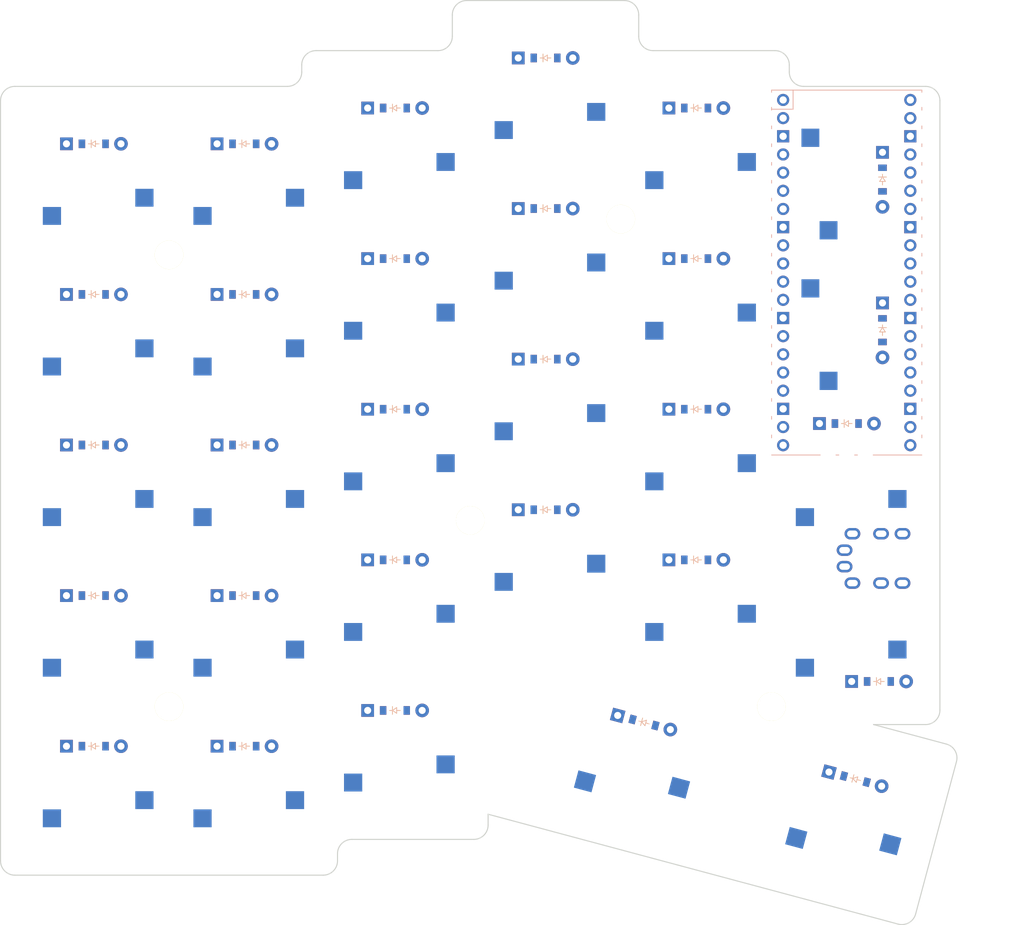
<source format=kicad_pcb>


(kicad_pcb (version 20171130) (host pcbnew 5.1.6)

  (page A3)
  (title_block
    (title "left")
    (rev "v1.0.0")
    (company "Unknown")
  )

  (general
    (thickness 1.6)
  )

  (layers
    (0 F.Cu signal)
    (31 B.Cu signal)
    (32 B.Adhes user)
    (33 F.Adhes user)
    (34 B.Paste user)
    (35 F.Paste user)
    (36 B.SilkS user)
    (37 F.SilkS user)
    (38 B.Mask user)
    (39 F.Mask user)
    (40 Dwgs.User user)
    (41 Cmts.User user)
    (42 Eco1.User user)
    (43 Eco2.User user)
    (44 Edge.Cuts user)
    (45 Margin user)
    (46 B.CrtYd user)
    (47 F.CrtYd user)
    (48 B.Fab user)
    (49 F.Fab user)
  )

  (setup
    (last_trace_width 0.25)
    (trace_clearance 0.2)
    (zone_clearance 0.508)
    (zone_45_only no)
    (trace_min 0.2)
    (via_size 0.8)
    (via_drill 0.4)
    (via_min_size 0.4)
    (via_min_drill 0.3)
    (uvia_size 0.3)
    (uvia_drill 0.1)
    (uvias_allowed no)
    (uvia_min_size 0.2)
    (uvia_min_drill 0.1)
    (edge_width 0.05)
    (segment_width 0.2)
    (pcb_text_width 0.3)
    (pcb_text_size 1.5 1.5)
    (mod_edge_width 0.12)
    (mod_text_size 1 1)
    (mod_text_width 0.15)
    (pad_size 1.524 1.524)
    (pad_drill 0.762)
    (pad_to_mask_clearance 0.05)
    (aux_axis_origin 0 0)
    (visible_elements FFFFFF7F)
    (pcbplotparams
      (layerselection 0x010fc_ffffffff)
      (usegerberextensions false)
      (usegerberattributes true)
      (usegerberadvancedattributes true)
      (creategerberjobfile true)
      (excludeedgelayer true)
      (linewidth 0.100000)
      (plotframeref false)
      (viasonmask false)
      (mode 1)
      (useauxorigin false)
      (hpglpennumber 1)
      (hpglpenspeed 20)
      (hpglpendiameter 15.000000)
      (psnegative false)
      (psa4output false)
      (plotreference true)
      (plotvalue true)
      (plotinvisibletext false)
      (padsonsilk false)
      (subtractmaskfromsilk false)
      (outputformat 1)
      (mirror false)
      (drillshape 1)
      (scaleselection 1)
      (outputdirectory ""))
  )

  (net 0 "")
(net 1 "GP6")
(net 2 "mirror_inner_bottom")
(net 3 "mirror_inner_home")
(net 4 "GP7")
(net 5 "mirror_index_bottom")
(net 6 "mirror_index_home")
(net 7 "mirror_index_top")
(net 8 "mirror_index_num")
(net 9 "GP8")
(net 10 "mirror_middle_bottom")
(net 11 "mirror_middle_home")
(net 12 "mirror_middle_top")
(net 13 "mirror_middle_num")
(net 14 "GP9")
(net 15 "mirror_ring_thumb")
(net 16 "mirror_ring_bottom")
(net 17 "mirror_ring_home")
(net 18 "mirror_ring_top")
(net 19 "mirror_ring_num")
(net 20 "GP10")
(net 21 "mirror_pinky_thumb")
(net 22 "mirror_pinky_bottom")
(net 23 "mirror_pinky_home")
(net 24 "mirror_pinky_top")
(net 25 "mirror_pinky_num")
(net 26 "GP11")
(net 27 "mirror_right_thumb")
(net 28 "mirror_right_bottom")
(net 29 "mirror_right_home")
(net 30 "mirror_right_top")
(net 31 "mirror_right_num")
(net 32 "mirror_back_space_default")
(net 33 "mirror_enter_default")
(net 34 "mirror_inner_top")
(net 35 "mirror_inner_num")
(net 36 "GP17")
(net 37 "GP18")
(net 38 "GP19")
(net 39 "GP20")
(net 40 "GP16")
(net 41 "GP0")
(net 42 "GP1")
(net 43 "GND")
(net 44 "3V3")
(net 45 "GP2")
(net 46 "GP3")
(net 47 "GP4")
(net 48 "GP5")
(net 49 "GP12")
(net 50 "GP13")
(net 51 "GP14")
(net 52 "GP15")
(net 53 "GP21")
(net 54 "GP22")
(net 55 "GP26")
(net 56 "GP27")
(net 57 "GP28")
(net 58 "RUN")
(net 59 "ADC_VREF")
(net 60 "3V3_EN")
(net 61 "VSYS")
(net 62 "VBUS")
(net 63 "AGND")
(net 64 "SWCLK")
(net 65 "SWDIO")

  (net_class Default "This is the default net class."
    (clearance 0.2)
    (trace_width 0.25)
    (via_dia 0.8)
    (via_drill 0.4)
    (uvia_dia 0.3)
    (uvia_drill 0.1)
    (add_net "")
(add_net "GP6")
(add_net "mirror_inner_bottom")
(add_net "mirror_inner_home")
(add_net "GP7")
(add_net "mirror_index_bottom")
(add_net "mirror_index_home")
(add_net "mirror_index_top")
(add_net "mirror_index_num")
(add_net "GP8")
(add_net "mirror_middle_bottom")
(add_net "mirror_middle_home")
(add_net "mirror_middle_top")
(add_net "mirror_middle_num")
(add_net "GP9")
(add_net "mirror_ring_thumb")
(add_net "mirror_ring_bottom")
(add_net "mirror_ring_home")
(add_net "mirror_ring_top")
(add_net "mirror_ring_num")
(add_net "GP10")
(add_net "mirror_pinky_thumb")
(add_net "mirror_pinky_bottom")
(add_net "mirror_pinky_home")
(add_net "mirror_pinky_top")
(add_net "mirror_pinky_num")
(add_net "GP11")
(add_net "mirror_right_thumb")
(add_net "mirror_right_bottom")
(add_net "mirror_right_home")
(add_net "mirror_right_top")
(add_net "mirror_right_num")
(add_net "mirror_back_space_default")
(add_net "mirror_enter_default")
(add_net "mirror_inner_top")
(add_net "mirror_inner_num")
(add_net "GP17")
(add_net "GP18")
(add_net "GP19")
(add_net "GP20")
(add_net "GP16")
(add_net "GP0")
(add_net "GP1")
(add_net "GND")
(add_net "3V3")
(add_net "GP2")
(add_net "GP3")
(add_net "GP4")
(add_net "GP5")
(add_net "GP12")
(add_net "GP13")
(add_net "GP14")
(add_net "GP15")
(add_net "GP21")
(add_net "GP22")
(add_net "GP26")
(add_net "GP27")
(add_net "GP28")
(add_net "RUN")
(add_net "ADC_VREF")
(add_net "3V3_EN")
(add_net "VSYS")
(add_net "VBUS")
(add_net "AGND")
(add_net "SWCLK")
(add_net "SWDIO")
  )

  
        
      (module MX (layer F.Cu) (tedit 5DD4F656)
      (at 202.60000000000002 178.95 -180)

      
      (fp_text reference "S1" (at 0 0) (layer F.SilkS) hide (effects (font (size 1.27 1.27) (thickness 0.15))))
      (fp_text value "" (at 0 0) (layer F.SilkS) hide (effects (font (size 1.27 1.27) (thickness 0.15))))

      
      (fp_line (start -7 -6) (end -7 -7) (layer Dwgs.User) (width 0.15))
      (fp_line (start -7 7) (end -6 7) (layer Dwgs.User) (width 0.15))
      (fp_line (start -6 -7) (end -7 -7) (layer Dwgs.User) (width 0.15))
      (fp_line (start -7 7) (end -7 6) (layer Dwgs.User) (width 0.15))
      (fp_line (start 7 6) (end 7 7) (layer Dwgs.User) (width 0.15))
      (fp_line (start 7 -7) (end 6 -7) (layer Dwgs.User) (width 0.15))
      (fp_line (start 6 7) (end 7 7) (layer Dwgs.User) (width 0.15))
      (fp_line (start 7 -7) (end 7 -6) (layer Dwgs.User) (width 0.15))
    
      
      (pad "" np_thru_hole circle (at 0 0) (size 3.9878 3.9878) (drill 3.9878) (layers *.Cu *.Mask))

      
      (pad "" np_thru_hole circle (at 5.08 0) (size 1.7018 1.7018) (drill 1.7018) (layers *.Cu *.Mask))
      (pad "" np_thru_hole circle (at -5.08 0) (size 1.7018 1.7018) (drill 1.7018) (layers *.Cu *.Mask))
      
        
      
      (fp_line (start -9.5 -9.5) (end 9.5 -9.5) (layer Dwgs.User) (width 0.15))
      (fp_line (start 9.5 -9.5) (end 9.5 9.5) (layer Dwgs.User) (width 0.15))
      (fp_line (start 9.5 9.5) (end -9.5 9.5) (layer Dwgs.User) (width 0.15))
      (fp_line (start -9.5 9.5) (end -9.5 -9.5) (layer Dwgs.User) (width 0.15))
      
        
        
        (pad "" np_thru_hole circle (at 2.54 -5.08) (size 3 3) (drill 3) (layers *.Cu *.Mask))
        (pad "" np_thru_hole circle (at -3.81 -2.54) (size 3 3) (drill 3) (layers *.Cu *.Mask))
        
        
        (pad 1 smd rect (at -7.085 -2.54 -180) (size 2.55 2.5) (layers B.Cu B.Paste B.Mask) (net 1 "GP6"))
        (pad 2 smd rect (at 5.842 -5.08 -180) (size 2.55 2.5) (layers B.Cu B.Paste B.Mask) (net 2 "mirror_inner_bottom"))
        )
        

        
      (module MX (layer F.Cu) (tedit 5DD4F656)
      (at 202.60000000000002 157.89999999999998 -180)

      
      (fp_text reference "S2" (at 0 0) (layer F.SilkS) hide (effects (font (size 1.27 1.27) (thickness 0.15))))
      (fp_text value "" (at 0 0) (layer F.SilkS) hide (effects (font (size 1.27 1.27) (thickness 0.15))))

      
      (fp_line (start -7 -6) (end -7 -7) (layer Dwgs.User) (width 0.15))
      (fp_line (start -7 7) (end -6 7) (layer Dwgs.User) (width 0.15))
      (fp_line (start -6 -7) (end -7 -7) (layer Dwgs.User) (width 0.15))
      (fp_line (start -7 7) (end -7 6) (layer Dwgs.User) (width 0.15))
      (fp_line (start 7 6) (end 7 7) (layer Dwgs.User) (width 0.15))
      (fp_line (start 7 -7) (end 6 -7) (layer Dwgs.User) (width 0.15))
      (fp_line (start 6 7) (end 7 7) (layer Dwgs.User) (width 0.15))
      (fp_line (start 7 -7) (end 7 -6) (layer Dwgs.User) (width 0.15))
    
      
      (pad "" np_thru_hole circle (at 0 0) (size 3.9878 3.9878) (drill 3.9878) (layers *.Cu *.Mask))

      
      (pad "" np_thru_hole circle (at 5.08 0) (size 1.7018 1.7018) (drill 1.7018) (layers *.Cu *.Mask))
      (pad "" np_thru_hole circle (at -5.08 0) (size 1.7018 1.7018) (drill 1.7018) (layers *.Cu *.Mask))
      
        
      
      (fp_line (start -9.5 -9.5) (end 9.5 -9.5) (layer Dwgs.User) (width 0.15))
      (fp_line (start 9.5 -9.5) (end 9.5 9.5) (layer Dwgs.User) (width 0.15))
      (fp_line (start 9.5 9.5) (end -9.5 9.5) (layer Dwgs.User) (width 0.15))
      (fp_line (start -9.5 9.5) (end -9.5 -9.5) (layer Dwgs.User) (width 0.15))
      
        
        
        (pad "" np_thru_hole circle (at 2.54 -5.08) (size 3 3) (drill 3) (layers *.Cu *.Mask))
        (pad "" np_thru_hole circle (at -3.81 -2.54) (size 3 3) (drill 3) (layers *.Cu *.Mask))
        
        
        (pad 1 smd rect (at -7.085 -2.54 -180) (size 2.55 2.5) (layers B.Cu B.Paste B.Mask) (net 1 "GP6"))
        (pad 2 smd rect (at 5.842 -5.08 -180) (size 2.55 2.5) (layers B.Cu B.Paste B.Mask) (net 3 "mirror_inner_home"))
        )
        

        
      (module MX (layer F.Cu) (tedit 5DD4F656)
      (at 181.55 173.95 -180)

      
      (fp_text reference "S3" (at 0 0) (layer F.SilkS) hide (effects (font (size 1.27 1.27) (thickness 0.15))))
      (fp_text value "" (at 0 0) (layer F.SilkS) hide (effects (font (size 1.27 1.27) (thickness 0.15))))

      
      (fp_line (start -7 -6) (end -7 -7) (layer Dwgs.User) (width 0.15))
      (fp_line (start -7 7) (end -6 7) (layer Dwgs.User) (width 0.15))
      (fp_line (start -6 -7) (end -7 -7) (layer Dwgs.User) (width 0.15))
      (fp_line (start -7 7) (end -7 6) (layer Dwgs.User) (width 0.15))
      (fp_line (start 7 6) (end 7 7) (layer Dwgs.User) (width 0.15))
      (fp_line (start 7 -7) (end 6 -7) (layer Dwgs.User) (width 0.15))
      (fp_line (start 6 7) (end 7 7) (layer Dwgs.User) (width 0.15))
      (fp_line (start 7 -7) (end 7 -6) (layer Dwgs.User) (width 0.15))
    
      
      (pad "" np_thru_hole circle (at 0 0) (size 3.9878 3.9878) (drill 3.9878) (layers *.Cu *.Mask))

      
      (pad "" np_thru_hole circle (at 5.08 0) (size 1.7018 1.7018) (drill 1.7018) (layers *.Cu *.Mask))
      (pad "" np_thru_hole circle (at -5.08 0) (size 1.7018 1.7018) (drill 1.7018) (layers *.Cu *.Mask))
      
        
      
      (fp_line (start -9.5 -9.5) (end 9.5 -9.5) (layer Dwgs.User) (width 0.15))
      (fp_line (start 9.5 -9.5) (end 9.5 9.5) (layer Dwgs.User) (width 0.15))
      (fp_line (start 9.5 9.5) (end -9.5 9.5) (layer Dwgs.User) (width 0.15))
      (fp_line (start -9.5 9.5) (end -9.5 -9.5) (layer Dwgs.User) (width 0.15))
      
        
        
        (pad "" np_thru_hole circle (at 2.54 -5.08) (size 3 3) (drill 3) (layers *.Cu *.Mask))
        (pad "" np_thru_hole circle (at -3.81 -2.54) (size 3 3) (drill 3) (layers *.Cu *.Mask))
        
        
        (pad 1 smd rect (at -7.085 -2.54 -180) (size 2.55 2.5) (layers B.Cu B.Paste B.Mask) (net 4 "GP7"))
        (pad 2 smd rect (at 5.842 -5.08 -180) (size 2.55 2.5) (layers B.Cu B.Paste B.Mask) (net 5 "mirror_index_bottom"))
        )
        

        
      (module MX (layer F.Cu) (tedit 5DD4F656)
      (at 181.55 152.89999999999998 -180)

      
      (fp_text reference "S4" (at 0 0) (layer F.SilkS) hide (effects (font (size 1.27 1.27) (thickness 0.15))))
      (fp_text value "" (at 0 0) (layer F.SilkS) hide (effects (font (size 1.27 1.27) (thickness 0.15))))

      
      (fp_line (start -7 -6) (end -7 -7) (layer Dwgs.User) (width 0.15))
      (fp_line (start -7 7) (end -6 7) (layer Dwgs.User) (width 0.15))
      (fp_line (start -6 -7) (end -7 -7) (layer Dwgs.User) (width 0.15))
      (fp_line (start -7 7) (end -7 6) (layer Dwgs.User) (width 0.15))
      (fp_line (start 7 6) (end 7 7) (layer Dwgs.User) (width 0.15))
      (fp_line (start 7 -7) (end 6 -7) (layer Dwgs.User) (width 0.15))
      (fp_line (start 6 7) (end 7 7) (layer Dwgs.User) (width 0.15))
      (fp_line (start 7 -7) (end 7 -6) (layer Dwgs.User) (width 0.15))
    
      
      (pad "" np_thru_hole circle (at 0 0) (size 3.9878 3.9878) (drill 3.9878) (layers *.Cu *.Mask))

      
      (pad "" np_thru_hole circle (at 5.08 0) (size 1.7018 1.7018) (drill 1.7018) (layers *.Cu *.Mask))
      (pad "" np_thru_hole circle (at -5.08 0) (size 1.7018 1.7018) (drill 1.7018) (layers *.Cu *.Mask))
      
        
      
      (fp_line (start -9.5 -9.5) (end 9.5 -9.5) (layer Dwgs.User) (width 0.15))
      (fp_line (start 9.5 -9.5) (end 9.5 9.5) (layer Dwgs.User) (width 0.15))
      (fp_line (start 9.5 9.5) (end -9.5 9.5) (layer Dwgs.User) (width 0.15))
      (fp_line (start -9.5 9.5) (end -9.5 -9.5) (layer Dwgs.User) (width 0.15))
      
        
        
        (pad "" np_thru_hole circle (at 2.54 -5.08) (size 3 3) (drill 3) (layers *.Cu *.Mask))
        (pad "" np_thru_hole circle (at -3.81 -2.54) (size 3 3) (drill 3) (layers *.Cu *.Mask))
        
        
        (pad 1 smd rect (at -7.085 -2.54 -180) (size 2.55 2.5) (layers B.Cu B.Paste B.Mask) (net 4 "GP7"))
        (pad 2 smd rect (at 5.842 -5.08 -180) (size 2.55 2.5) (layers B.Cu B.Paste B.Mask) (net 6 "mirror_index_home"))
        )
        

        
      (module MX (layer F.Cu) (tedit 5DD4F656)
      (at 181.55 131.84999999999997 -180)

      
      (fp_text reference "S5" (at 0 0) (layer F.SilkS) hide (effects (font (size 1.27 1.27) (thickness 0.15))))
      (fp_text value "" (at 0 0) (layer F.SilkS) hide (effects (font (size 1.27 1.27) (thickness 0.15))))

      
      (fp_line (start -7 -6) (end -7 -7) (layer Dwgs.User) (width 0.15))
      (fp_line (start -7 7) (end -6 7) (layer Dwgs.User) (width 0.15))
      (fp_line (start -6 -7) (end -7 -7) (layer Dwgs.User) (width 0.15))
      (fp_line (start -7 7) (end -7 6) (layer Dwgs.User) (width 0.15))
      (fp_line (start 7 6) (end 7 7) (layer Dwgs.User) (width 0.15))
      (fp_line (start 7 -7) (end 6 -7) (layer Dwgs.User) (width 0.15))
      (fp_line (start 6 7) (end 7 7) (layer Dwgs.User) (width 0.15))
      (fp_line (start 7 -7) (end 7 -6) (layer Dwgs.User) (width 0.15))
    
      
      (pad "" np_thru_hole circle (at 0 0) (size 3.9878 3.9878) (drill 3.9878) (layers *.Cu *.Mask))

      
      (pad "" np_thru_hole circle (at 5.08 0) (size 1.7018 1.7018) (drill 1.7018) (layers *.Cu *.Mask))
      (pad "" np_thru_hole circle (at -5.08 0) (size 1.7018 1.7018) (drill 1.7018) (layers *.Cu *.Mask))
      
        
      
      (fp_line (start -9.5 -9.5) (end 9.5 -9.5) (layer Dwgs.User) (width 0.15))
      (fp_line (start 9.5 -9.5) (end 9.5 9.5) (layer Dwgs.User) (width 0.15))
      (fp_line (start 9.5 9.5) (end -9.5 9.5) (layer Dwgs.User) (width 0.15))
      (fp_line (start -9.5 9.5) (end -9.5 -9.5) (layer Dwgs.User) (width 0.15))
      
        
        
        (pad "" np_thru_hole circle (at 2.54 -5.08) (size 3 3) (drill 3) (layers *.Cu *.Mask))
        (pad "" np_thru_hole circle (at -3.81 -2.54) (size 3 3) (drill 3) (layers *.Cu *.Mask))
        
        
        (pad 1 smd rect (at -7.085 -2.54 -180) (size 2.55 2.5) (layers B.Cu B.Paste B.Mask) (net 4 "GP7"))
        (pad 2 smd rect (at 5.842 -5.08 -180) (size 2.55 2.5) (layers B.Cu B.Paste B.Mask) (net 7 "mirror_index_top"))
        )
        

        
      (module MX (layer F.Cu) (tedit 5DD4F656)
      (at 181.55 110.79999999999997 -180)

      
      (fp_text reference "S6" (at 0 0) (layer F.SilkS) hide (effects (font (size 1.27 1.27) (thickness 0.15))))
      (fp_text value "" (at 0 0) (layer F.SilkS) hide (effects (font (size 1.27 1.27) (thickness 0.15))))

      
      (fp_line (start -7 -6) (end -7 -7) (layer Dwgs.User) (width 0.15))
      (fp_line (start -7 7) (end -6 7) (layer Dwgs.User) (width 0.15))
      (fp_line (start -6 -7) (end -7 -7) (layer Dwgs.User) (width 0.15))
      (fp_line (start -7 7) (end -7 6) (layer Dwgs.User) (width 0.15))
      (fp_line (start 7 6) (end 7 7) (layer Dwgs.User) (width 0.15))
      (fp_line (start 7 -7) (end 6 -7) (layer Dwgs.User) (width 0.15))
      (fp_line (start 6 7) (end 7 7) (layer Dwgs.User) (width 0.15))
      (fp_line (start 7 -7) (end 7 -6) (layer Dwgs.User) (width 0.15))
    
      
      (pad "" np_thru_hole circle (at 0 0) (size 3.9878 3.9878) (drill 3.9878) (layers *.Cu *.Mask))

      
      (pad "" np_thru_hole circle (at 5.08 0) (size 1.7018 1.7018) (drill 1.7018) (layers *.Cu *.Mask))
      (pad "" np_thru_hole circle (at -5.08 0) (size 1.7018 1.7018) (drill 1.7018) (layers *.Cu *.Mask))
      
        
      
      (fp_line (start -9.5 -9.5) (end 9.5 -9.5) (layer Dwgs.User) (width 0.15))
      (fp_line (start 9.5 -9.5) (end 9.5 9.5) (layer Dwgs.User) (width 0.15))
      (fp_line (start 9.5 9.5) (end -9.5 9.5) (layer Dwgs.User) (width 0.15))
      (fp_line (start -9.5 9.5) (end -9.5 -9.5) (layer Dwgs.User) (width 0.15))
      
        
        
        (pad "" np_thru_hole circle (at 2.54 -5.08) (size 3 3) (drill 3) (layers *.Cu *.Mask))
        (pad "" np_thru_hole circle (at -3.81 -2.54) (size 3 3) (drill 3) (layers *.Cu *.Mask))
        
        
        (pad 1 smd rect (at -7.085 -2.54 -180) (size 2.55 2.5) (layers B.Cu B.Paste B.Mask) (net 4 "GP7"))
        (pad 2 smd rect (at 5.842 -5.08 -180) (size 2.55 2.5) (layers B.Cu B.Paste B.Mask) (net 8 "mirror_index_num"))
        )
        

        
      (module MX (layer F.Cu) (tedit 5DD4F656)
      (at 160.5 166.95 -180)

      
      (fp_text reference "S7" (at 0 0) (layer F.SilkS) hide (effects (font (size 1.27 1.27) (thickness 0.15))))
      (fp_text value "" (at 0 0) (layer F.SilkS) hide (effects (font (size 1.27 1.27) (thickness 0.15))))

      
      (fp_line (start -7 -6) (end -7 -7) (layer Dwgs.User) (width 0.15))
      (fp_line (start -7 7) (end -6 7) (layer Dwgs.User) (width 0.15))
      (fp_line (start -6 -7) (end -7 -7) (layer Dwgs.User) (width 0.15))
      (fp_line (start -7 7) (end -7 6) (layer Dwgs.User) (width 0.15))
      (fp_line (start 7 6) (end 7 7) (layer Dwgs.User) (width 0.15))
      (fp_line (start 7 -7) (end 6 -7) (layer Dwgs.User) (width 0.15))
      (fp_line (start 6 7) (end 7 7) (layer Dwgs.User) (width 0.15))
      (fp_line (start 7 -7) (end 7 -6) (layer Dwgs.User) (width 0.15))
    
      
      (pad "" np_thru_hole circle (at 0 0) (size 3.9878 3.9878) (drill 3.9878) (layers *.Cu *.Mask))

      
      (pad "" np_thru_hole circle (at 5.08 0) (size 1.7018 1.7018) (drill 1.7018) (layers *.Cu *.Mask))
      (pad "" np_thru_hole circle (at -5.08 0) (size 1.7018 1.7018) (drill 1.7018) (layers *.Cu *.Mask))
      
        
      
      (fp_line (start -9.5 -9.5) (end 9.5 -9.5) (layer Dwgs.User) (width 0.15))
      (fp_line (start 9.5 -9.5) (end 9.5 9.5) (layer Dwgs.User) (width 0.15))
      (fp_line (start 9.5 9.5) (end -9.5 9.5) (layer Dwgs.User) (width 0.15))
      (fp_line (start -9.5 9.5) (end -9.5 -9.5) (layer Dwgs.User) (width 0.15))
      
        
        
        (pad "" np_thru_hole circle (at 2.54 -5.08) (size 3 3) (drill 3) (layers *.Cu *.Mask))
        (pad "" np_thru_hole circle (at -3.81 -2.54) (size 3 3) (drill 3) (layers *.Cu *.Mask))
        
        
        (pad 1 smd rect (at -7.085 -2.54 -180) (size 2.55 2.5) (layers B.Cu B.Paste B.Mask) (net 9 "GP8"))
        (pad 2 smd rect (at 5.842 -5.08 -180) (size 2.55 2.5) (layers B.Cu B.Paste B.Mask) (net 10 "mirror_middle_bottom"))
        )
        

        
      (module MX (layer F.Cu) (tedit 5DD4F656)
      (at 160.5 145.89999999999998 -180)

      
      (fp_text reference "S8" (at 0 0) (layer F.SilkS) hide (effects (font (size 1.27 1.27) (thickness 0.15))))
      (fp_text value "" (at 0 0) (layer F.SilkS) hide (effects (font (size 1.27 1.27) (thickness 0.15))))

      
      (fp_line (start -7 -6) (end -7 -7) (layer Dwgs.User) (width 0.15))
      (fp_line (start -7 7) (end -6 7) (layer Dwgs.User) (width 0.15))
      (fp_line (start -6 -7) (end -7 -7) (layer Dwgs.User) (width 0.15))
      (fp_line (start -7 7) (end -7 6) (layer Dwgs.User) (width 0.15))
      (fp_line (start 7 6) (end 7 7) (layer Dwgs.User) (width 0.15))
      (fp_line (start 7 -7) (end 6 -7) (layer Dwgs.User) (width 0.15))
      (fp_line (start 6 7) (end 7 7) (layer Dwgs.User) (width 0.15))
      (fp_line (start 7 -7) (end 7 -6) (layer Dwgs.User) (width 0.15))
    
      
      (pad "" np_thru_hole circle (at 0 0) (size 3.9878 3.9878) (drill 3.9878) (layers *.Cu *.Mask))

      
      (pad "" np_thru_hole circle (at 5.08 0) (size 1.7018 1.7018) (drill 1.7018) (layers *.Cu *.Mask))
      (pad "" np_thru_hole circle (at -5.08 0) (size 1.7018 1.7018) (drill 1.7018) (layers *.Cu *.Mask))
      
        
      
      (fp_line (start -9.5 -9.5) (end 9.5 -9.5) (layer Dwgs.User) (width 0.15))
      (fp_line (start 9.5 -9.5) (end 9.5 9.5) (layer Dwgs.User) (width 0.15))
      (fp_line (start 9.5 9.5) (end -9.5 9.5) (layer Dwgs.User) (width 0.15))
      (fp_line (start -9.5 9.5) (end -9.5 -9.5) (layer Dwgs.User) (width 0.15))
      
        
        
        (pad "" np_thru_hole circle (at 2.54 -5.08) (size 3 3) (drill 3) (layers *.Cu *.Mask))
        (pad "" np_thru_hole circle (at -3.81 -2.54) (size 3 3) (drill 3) (layers *.Cu *.Mask))
        
        
        (pad 1 smd rect (at -7.085 -2.54 -180) (size 2.55 2.5) (layers B.Cu B.Paste B.Mask) (net 9 "GP8"))
        (pad 2 smd rect (at 5.842 -5.08 -180) (size 2.55 2.5) (layers B.Cu B.Paste B.Mask) (net 11 "mirror_middle_home"))
        )
        

        
      (module MX (layer F.Cu) (tedit 5DD4F656)
      (at 160.5 124.84999999999998 -180)

      
      (fp_text reference "S9" (at 0 0) (layer F.SilkS) hide (effects (font (size 1.27 1.27) (thickness 0.15))))
      (fp_text value "" (at 0 0) (layer F.SilkS) hide (effects (font (size 1.27 1.27) (thickness 0.15))))

      
      (fp_line (start -7 -6) (end -7 -7) (layer Dwgs.User) (width 0.15))
      (fp_line (start -7 7) (end -6 7) (layer Dwgs.User) (width 0.15))
      (fp_line (start -6 -7) (end -7 -7) (layer Dwgs.User) (width 0.15))
      (fp_line (start -7 7) (end -7 6) (layer Dwgs.User) (width 0.15))
      (fp_line (start 7 6) (end 7 7) (layer Dwgs.User) (width 0.15))
      (fp_line (start 7 -7) (end 6 -7) (layer Dwgs.User) (width 0.15))
      (fp_line (start 6 7) (end 7 7) (layer Dwgs.User) (width 0.15))
      (fp_line (start 7 -7) (end 7 -6) (layer Dwgs.User) (width 0.15))
    
      
      (pad "" np_thru_hole circle (at 0 0) (size 3.9878 3.9878) (drill 3.9878) (layers *.Cu *.Mask))

      
      (pad "" np_thru_hole circle (at 5.08 0) (size 1.7018 1.7018) (drill 1.7018) (layers *.Cu *.Mask))
      (pad "" np_thru_hole circle (at -5.08 0) (size 1.7018 1.7018) (drill 1.7018) (layers *.Cu *.Mask))
      
        
      
      (fp_line (start -9.5 -9.5) (end 9.5 -9.5) (layer Dwgs.User) (width 0.15))
      (fp_line (start 9.5 -9.5) (end 9.5 9.5) (layer Dwgs.User) (width 0.15))
      (fp_line (start 9.5 9.5) (end -9.5 9.5) (layer Dwgs.User) (width 0.15))
      (fp_line (start -9.5 9.5) (end -9.5 -9.5) (layer Dwgs.User) (width 0.15))
      
        
        
        (pad "" np_thru_hole circle (at 2.54 -5.08) (size 3 3) (drill 3) (layers *.Cu *.Mask))
        (pad "" np_thru_hole circle (at -3.81 -2.54) (size 3 3) (drill 3) (layers *.Cu *.Mask))
        
        
        (pad 1 smd rect (at -7.085 -2.54 -180) (size 2.55 2.5) (layers B.Cu B.Paste B.Mask) (net 9 "GP8"))
        (pad 2 smd rect (at 5.842 -5.08 -180) (size 2.55 2.5) (layers B.Cu B.Paste B.Mask) (net 12 "mirror_middle_top"))
        )
        

        
      (module MX (layer F.Cu) (tedit 5DD4F656)
      (at 160.5 103.79999999999998 -180)

      
      (fp_text reference "S10" (at 0 0) (layer F.SilkS) hide (effects (font (size 1.27 1.27) (thickness 0.15))))
      (fp_text value "" (at 0 0) (layer F.SilkS) hide (effects (font (size 1.27 1.27) (thickness 0.15))))

      
      (fp_line (start -7 -6) (end -7 -7) (layer Dwgs.User) (width 0.15))
      (fp_line (start -7 7) (end -6 7) (layer Dwgs.User) (width 0.15))
      (fp_line (start -6 -7) (end -7 -7) (layer Dwgs.User) (width 0.15))
      (fp_line (start -7 7) (end -7 6) (layer Dwgs.User) (width 0.15))
      (fp_line (start 7 6) (end 7 7) (layer Dwgs.User) (width 0.15))
      (fp_line (start 7 -7) (end 6 -7) (layer Dwgs.User) (width 0.15))
      (fp_line (start 6 7) (end 7 7) (layer Dwgs.User) (width 0.15))
      (fp_line (start 7 -7) (end 7 -6) (layer Dwgs.User) (width 0.15))
    
      
      (pad "" np_thru_hole circle (at 0 0) (size 3.9878 3.9878) (drill 3.9878) (layers *.Cu *.Mask))

      
      (pad "" np_thru_hole circle (at 5.08 0) (size 1.7018 1.7018) (drill 1.7018) (layers *.Cu *.Mask))
      (pad "" np_thru_hole circle (at -5.08 0) (size 1.7018 1.7018) (drill 1.7018) (layers *.Cu *.Mask))
      
        
      
      (fp_line (start -9.5 -9.5) (end 9.5 -9.5) (layer Dwgs.User) (width 0.15))
      (fp_line (start 9.5 -9.5) (end 9.5 9.5) (layer Dwgs.User) (width 0.15))
      (fp_line (start 9.5 9.5) (end -9.5 9.5) (layer Dwgs.User) (width 0.15))
      (fp_line (start -9.5 9.5) (end -9.5 -9.5) (layer Dwgs.User) (width 0.15))
      
        
        
        (pad "" np_thru_hole circle (at 2.54 -5.08) (size 3 3) (drill 3) (layers *.Cu *.Mask))
        (pad "" np_thru_hole circle (at -3.81 -2.54) (size 3 3) (drill 3) (layers *.Cu *.Mask))
        
        
        (pad 1 smd rect (at -7.085 -2.54 -180) (size 2.55 2.5) (layers B.Cu B.Paste B.Mask) (net 9 "GP8"))
        (pad 2 smd rect (at 5.842 -5.08 -180) (size 2.55 2.5) (layers B.Cu B.Paste B.Mask) (net 13 "mirror_middle_num"))
        )
        

        
      (module MX (layer F.Cu) (tedit 5DD4F656)
      (at 139.45000000000005 195 -180)

      
      (fp_text reference "S11" (at 0 0) (layer F.SilkS) hide (effects (font (size 1.27 1.27) (thickness 0.15))))
      (fp_text value "" (at 0 0) (layer F.SilkS) hide (effects (font (size 1.27 1.27) (thickness 0.15))))

      
      (fp_line (start -7 -6) (end -7 -7) (layer Dwgs.User) (width 0.15))
      (fp_line (start -7 7) (end -6 7) (layer Dwgs.User) (width 0.15))
      (fp_line (start -6 -7) (end -7 -7) (layer Dwgs.User) (width 0.15))
      (fp_line (start -7 7) (end -7 6) (layer Dwgs.User) (width 0.15))
      (fp_line (start 7 6) (end 7 7) (layer Dwgs.User) (width 0.15))
      (fp_line (start 7 -7) (end 6 -7) (layer Dwgs.User) (width 0.15))
      (fp_line (start 6 7) (end 7 7) (layer Dwgs.User) (width 0.15))
      (fp_line (start 7 -7) (end 7 -6) (layer Dwgs.User) (width 0.15))
    
      
      (pad "" np_thru_hole circle (at 0 0) (size 3.9878 3.9878) (drill 3.9878) (layers *.Cu *.Mask))

      
      (pad "" np_thru_hole circle (at 5.08 0) (size 1.7018 1.7018) (drill 1.7018) (layers *.Cu *.Mask))
      (pad "" np_thru_hole circle (at -5.08 0) (size 1.7018 1.7018) (drill 1.7018) (layers *.Cu *.Mask))
      
        
      
      (fp_line (start -9.5 -9.5) (end 9.5 -9.5) (layer Dwgs.User) (width 0.15))
      (fp_line (start 9.5 -9.5) (end 9.5 9.5) (layer Dwgs.User) (width 0.15))
      (fp_line (start 9.5 9.5) (end -9.5 9.5) (layer Dwgs.User) (width 0.15))
      (fp_line (start -9.5 9.5) (end -9.5 -9.5) (layer Dwgs.User) (width 0.15))
      
        
        
        (pad "" np_thru_hole circle (at 2.54 -5.08) (size 3 3) (drill 3) (layers *.Cu *.Mask))
        (pad "" np_thru_hole circle (at -3.81 -2.54) (size 3 3) (drill 3) (layers *.Cu *.Mask))
        
        
        (pad 1 smd rect (at -7.085 -2.54 -180) (size 2.55 2.5) (layers B.Cu B.Paste B.Mask) (net 14 "GP9"))
        (pad 2 smd rect (at 5.842 -5.08 -180) (size 2.55 2.5) (layers B.Cu B.Paste B.Mask) (net 15 "mirror_ring_thumb"))
        )
        

        
      (module MX (layer F.Cu) (tedit 5DD4F656)
      (at 139.45000000000005 173.95 -180)

      
      (fp_text reference "S12" (at 0 0) (layer F.SilkS) hide (effects (font (size 1.27 1.27) (thickness 0.15))))
      (fp_text value "" (at 0 0) (layer F.SilkS) hide (effects (font (size 1.27 1.27) (thickness 0.15))))

      
      (fp_line (start -7 -6) (end -7 -7) (layer Dwgs.User) (width 0.15))
      (fp_line (start -7 7) (end -6 7) (layer Dwgs.User) (width 0.15))
      (fp_line (start -6 -7) (end -7 -7) (layer Dwgs.User) (width 0.15))
      (fp_line (start -7 7) (end -7 6) (layer Dwgs.User) (width 0.15))
      (fp_line (start 7 6) (end 7 7) (layer Dwgs.User) (width 0.15))
      (fp_line (start 7 -7) (end 6 -7) (layer Dwgs.User) (width 0.15))
      (fp_line (start 6 7) (end 7 7) (layer Dwgs.User) (width 0.15))
      (fp_line (start 7 -7) (end 7 -6) (layer Dwgs.User) (width 0.15))
    
      
      (pad "" np_thru_hole circle (at 0 0) (size 3.9878 3.9878) (drill 3.9878) (layers *.Cu *.Mask))

      
      (pad "" np_thru_hole circle (at 5.08 0) (size 1.7018 1.7018) (drill 1.7018) (layers *.Cu *.Mask))
      (pad "" np_thru_hole circle (at -5.08 0) (size 1.7018 1.7018) (drill 1.7018) (layers *.Cu *.Mask))
      
        
      
      (fp_line (start -9.5 -9.5) (end 9.5 -9.5) (layer Dwgs.User) (width 0.15))
      (fp_line (start 9.5 -9.5) (end 9.5 9.5) (layer Dwgs.User) (width 0.15))
      (fp_line (start 9.5 9.5) (end -9.5 9.5) (layer Dwgs.User) (width 0.15))
      (fp_line (start -9.5 9.5) (end -9.5 -9.5) (layer Dwgs.User) (width 0.15))
      
        
        
        (pad "" np_thru_hole circle (at 2.54 -5.08) (size 3 3) (drill 3) (layers *.Cu *.Mask))
        (pad "" np_thru_hole circle (at -3.81 -2.54) (size 3 3) (drill 3) (layers *.Cu *.Mask))
        
        
        (pad 1 smd rect (at -7.085 -2.54 -180) (size 2.55 2.5) (layers B.Cu B.Paste B.Mask) (net 14 "GP9"))
        (pad 2 smd rect (at 5.842 -5.08 -180) (size 2.55 2.5) (layers B.Cu B.Paste B.Mask) (net 16 "mirror_ring_bottom"))
        )
        

        
      (module MX (layer F.Cu) (tedit 5DD4F656)
      (at 139.45000000000005 152.89999999999998 -180)

      
      (fp_text reference "S13" (at 0 0) (layer F.SilkS) hide (effects (font (size 1.27 1.27) (thickness 0.15))))
      (fp_text value "" (at 0 0) (layer F.SilkS) hide (effects (font (size 1.27 1.27) (thickness 0.15))))

      
      (fp_line (start -7 -6) (end -7 -7) (layer Dwgs.User) (width 0.15))
      (fp_line (start -7 7) (end -6 7) (layer Dwgs.User) (width 0.15))
      (fp_line (start -6 -7) (end -7 -7) (layer Dwgs.User) (width 0.15))
      (fp_line (start -7 7) (end -7 6) (layer Dwgs.User) (width 0.15))
      (fp_line (start 7 6) (end 7 7) (layer Dwgs.User) (width 0.15))
      (fp_line (start 7 -7) (end 6 -7) (layer Dwgs.User) (width 0.15))
      (fp_line (start 6 7) (end 7 7) (layer Dwgs.User) (width 0.15))
      (fp_line (start 7 -7) (end 7 -6) (layer Dwgs.User) (width 0.15))
    
      
      (pad "" np_thru_hole circle (at 0 0) (size 3.9878 3.9878) (drill 3.9878) (layers *.Cu *.Mask))

      
      (pad "" np_thru_hole circle (at 5.08 0) (size 1.7018 1.7018) (drill 1.7018) (layers *.Cu *.Mask))
      (pad "" np_thru_hole circle (at -5.08 0) (size 1.7018 1.7018) (drill 1.7018) (layers *.Cu *.Mask))
      
        
      
      (fp_line (start -9.5 -9.5) (end 9.5 -9.5) (layer Dwgs.User) (width 0.15))
      (fp_line (start 9.5 -9.5) (end 9.5 9.5) (layer Dwgs.User) (width 0.15))
      (fp_line (start 9.5 9.5) (end -9.5 9.5) (layer Dwgs.User) (width 0.15))
      (fp_line (start -9.5 9.5) (end -9.5 -9.5) (layer Dwgs.User) (width 0.15))
      
        
        
        (pad "" np_thru_hole circle (at 2.54 -5.08) (size 3 3) (drill 3) (layers *.Cu *.Mask))
        (pad "" np_thru_hole circle (at -3.81 -2.54) (size 3 3) (drill 3) (layers *.Cu *.Mask))
        
        
        (pad 1 smd rect (at -7.085 -2.54 -180) (size 2.55 2.5) (layers B.Cu B.Paste B.Mask) (net 14 "GP9"))
        (pad 2 smd rect (at 5.842 -5.08 -180) (size 2.55 2.5) (layers B.Cu B.Paste B.Mask) (net 17 "mirror_ring_home"))
        )
        

        
      (module MX (layer F.Cu) (tedit 5DD4F656)
      (at 139.45000000000005 131.84999999999997 -180)

      
      (fp_text reference "S14" (at 0 0) (layer F.SilkS) hide (effects (font (size 1.27 1.27) (thickness 0.15))))
      (fp_text value "" (at 0 0) (layer F.SilkS) hide (effects (font (size 1.27 1.27) (thickness 0.15))))

      
      (fp_line (start -7 -6) (end -7 -7) (layer Dwgs.User) (width 0.15))
      (fp_line (start -7 7) (end -6 7) (layer Dwgs.User) (width 0.15))
      (fp_line (start -6 -7) (end -7 -7) (layer Dwgs.User) (width 0.15))
      (fp_line (start -7 7) (end -7 6) (layer Dwgs.User) (width 0.15))
      (fp_line (start 7 6) (end 7 7) (layer Dwgs.User) (width 0.15))
      (fp_line (start 7 -7) (end 6 -7) (layer Dwgs.User) (width 0.15))
      (fp_line (start 6 7) (end 7 7) (layer Dwgs.User) (width 0.15))
      (fp_line (start 7 -7) (end 7 -6) (layer Dwgs.User) (width 0.15))
    
      
      (pad "" np_thru_hole circle (at 0 0) (size 3.9878 3.9878) (drill 3.9878) (layers *.Cu *.Mask))

      
      (pad "" np_thru_hole circle (at 5.08 0) (size 1.7018 1.7018) (drill 1.7018) (layers *.Cu *.Mask))
      (pad "" np_thru_hole circle (at -5.08 0) (size 1.7018 1.7018) (drill 1.7018) (layers *.Cu *.Mask))
      
        
      
      (fp_line (start -9.5 -9.5) (end 9.5 -9.5) (layer Dwgs.User) (width 0.15))
      (fp_line (start 9.5 -9.5) (end 9.5 9.5) (layer Dwgs.User) (width 0.15))
      (fp_line (start 9.5 9.5) (end -9.5 9.5) (layer Dwgs.User) (width 0.15))
      (fp_line (start -9.5 9.5) (end -9.5 -9.5) (layer Dwgs.User) (width 0.15))
      
        
        
        (pad "" np_thru_hole circle (at 2.54 -5.08) (size 3 3) (drill 3) (layers *.Cu *.Mask))
        (pad "" np_thru_hole circle (at -3.81 -2.54) (size 3 3) (drill 3) (layers *.Cu *.Mask))
        
        
        (pad 1 smd rect (at -7.085 -2.54 -180) (size 2.55 2.5) (layers B.Cu B.Paste B.Mask) (net 14 "GP9"))
        (pad 2 smd rect (at 5.842 -5.08 -180) (size 2.55 2.5) (layers B.Cu B.Paste B.Mask) (net 18 "mirror_ring_top"))
        )
        

        
      (module MX (layer F.Cu) (tedit 5DD4F656)
      (at 139.45000000000005 110.79999999999997 -180)

      
      (fp_text reference "S15" (at 0 0) (layer F.SilkS) hide (effects (font (size 1.27 1.27) (thickness 0.15))))
      (fp_text value "" (at 0 0) (layer F.SilkS) hide (effects (font (size 1.27 1.27) (thickness 0.15))))

      
      (fp_line (start -7 -6) (end -7 -7) (layer Dwgs.User) (width 0.15))
      (fp_line (start -7 7) (end -6 7) (layer Dwgs.User) (width 0.15))
      (fp_line (start -6 -7) (end -7 -7) (layer Dwgs.User) (width 0.15))
      (fp_line (start -7 7) (end -7 6) (layer Dwgs.User) (width 0.15))
      (fp_line (start 7 6) (end 7 7) (layer Dwgs.User) (width 0.15))
      (fp_line (start 7 -7) (end 6 -7) (layer Dwgs.User) (width 0.15))
      (fp_line (start 6 7) (end 7 7) (layer Dwgs.User) (width 0.15))
      (fp_line (start 7 -7) (end 7 -6) (layer Dwgs.User) (width 0.15))
    
      
      (pad "" np_thru_hole circle (at 0 0) (size 3.9878 3.9878) (drill 3.9878) (layers *.Cu *.Mask))

      
      (pad "" np_thru_hole circle (at 5.08 0) (size 1.7018 1.7018) (drill 1.7018) (layers *.Cu *.Mask))
      (pad "" np_thru_hole circle (at -5.08 0) (size 1.7018 1.7018) (drill 1.7018) (layers *.Cu *.Mask))
      
        
      
      (fp_line (start -9.5 -9.5) (end 9.5 -9.5) (layer Dwgs.User) (width 0.15))
      (fp_line (start 9.5 -9.5) (end 9.5 9.5) (layer Dwgs.User) (width 0.15))
      (fp_line (start 9.5 9.5) (end -9.5 9.5) (layer Dwgs.User) (width 0.15))
      (fp_line (start -9.5 9.5) (end -9.5 -9.5) (layer Dwgs.User) (width 0.15))
      
        
        
        (pad "" np_thru_hole circle (at 2.54 -5.08) (size 3 3) (drill 3) (layers *.Cu *.Mask))
        (pad "" np_thru_hole circle (at -3.81 -2.54) (size 3 3) (drill 3) (layers *.Cu *.Mask))
        
        
        (pad 1 smd rect (at -7.085 -2.54 -180) (size 2.55 2.5) (layers B.Cu B.Paste B.Mask) (net 14 "GP9"))
        (pad 2 smd rect (at 5.842 -5.08 -180) (size 2.55 2.5) (layers B.Cu B.Paste B.Mask) (net 19 "mirror_ring_num"))
        )
        

        
      (module MX (layer F.Cu) (tedit 5DD4F656)
      (at 118.40000000000003 200 -180)

      
      (fp_text reference "S16" (at 0 0) (layer F.SilkS) hide (effects (font (size 1.27 1.27) (thickness 0.15))))
      (fp_text value "" (at 0 0) (layer F.SilkS) hide (effects (font (size 1.27 1.27) (thickness 0.15))))

      
      (fp_line (start -7 -6) (end -7 -7) (layer Dwgs.User) (width 0.15))
      (fp_line (start -7 7) (end -6 7) (layer Dwgs.User) (width 0.15))
      (fp_line (start -6 -7) (end -7 -7) (layer Dwgs.User) (width 0.15))
      (fp_line (start -7 7) (end -7 6) (layer Dwgs.User) (width 0.15))
      (fp_line (start 7 6) (end 7 7) (layer Dwgs.User) (width 0.15))
      (fp_line (start 7 -7) (end 6 -7) (layer Dwgs.User) (width 0.15))
      (fp_line (start 6 7) (end 7 7) (layer Dwgs.User) (width 0.15))
      (fp_line (start 7 -7) (end 7 -6) (layer Dwgs.User) (width 0.15))
    
      
      (pad "" np_thru_hole circle (at 0 0) (size 3.9878 3.9878) (drill 3.9878) (layers *.Cu *.Mask))

      
      (pad "" np_thru_hole circle (at 5.08 0) (size 1.7018 1.7018) (drill 1.7018) (layers *.Cu *.Mask))
      (pad "" np_thru_hole circle (at -5.08 0) (size 1.7018 1.7018) (drill 1.7018) (layers *.Cu *.Mask))
      
        
      
      (fp_line (start -9.5 -9.5) (end 9.5 -9.5) (layer Dwgs.User) (width 0.15))
      (fp_line (start 9.5 -9.5) (end 9.5 9.5) (layer Dwgs.User) (width 0.15))
      (fp_line (start 9.5 9.5) (end -9.5 9.5) (layer Dwgs.User) (width 0.15))
      (fp_line (start -9.5 9.5) (end -9.5 -9.5) (layer Dwgs.User) (width 0.15))
      
        
        
        (pad "" np_thru_hole circle (at 2.54 -5.08) (size 3 3) (drill 3) (layers *.Cu *.Mask))
        (pad "" np_thru_hole circle (at -3.81 -2.54) (size 3 3) (drill 3) (layers *.Cu *.Mask))
        
        
        (pad 1 smd rect (at -7.085 -2.54 -180) (size 2.55 2.5) (layers B.Cu B.Paste B.Mask) (net 20 "GP10"))
        (pad 2 smd rect (at 5.842 -5.08 -180) (size 2.55 2.5) (layers B.Cu B.Paste B.Mask) (net 21 "mirror_pinky_thumb"))
        )
        

        
      (module MX (layer F.Cu) (tedit 5DD4F656)
      (at 118.40000000000003 178.95 -180)

      
      (fp_text reference "S17" (at 0 0) (layer F.SilkS) hide (effects (font (size 1.27 1.27) (thickness 0.15))))
      (fp_text value "" (at 0 0) (layer F.SilkS) hide (effects (font (size 1.27 1.27) (thickness 0.15))))

      
      (fp_line (start -7 -6) (end -7 -7) (layer Dwgs.User) (width 0.15))
      (fp_line (start -7 7) (end -6 7) (layer Dwgs.User) (width 0.15))
      (fp_line (start -6 -7) (end -7 -7) (layer Dwgs.User) (width 0.15))
      (fp_line (start -7 7) (end -7 6) (layer Dwgs.User) (width 0.15))
      (fp_line (start 7 6) (end 7 7) (layer Dwgs.User) (width 0.15))
      (fp_line (start 7 -7) (end 6 -7) (layer Dwgs.User) (width 0.15))
      (fp_line (start 6 7) (end 7 7) (layer Dwgs.User) (width 0.15))
      (fp_line (start 7 -7) (end 7 -6) (layer Dwgs.User) (width 0.15))
    
      
      (pad "" np_thru_hole circle (at 0 0) (size 3.9878 3.9878) (drill 3.9878) (layers *.Cu *.Mask))

      
      (pad "" np_thru_hole circle (at 5.08 0) (size 1.7018 1.7018) (drill 1.7018) (layers *.Cu *.Mask))
      (pad "" np_thru_hole circle (at -5.08 0) (size 1.7018 1.7018) (drill 1.7018) (layers *.Cu *.Mask))
      
        
      
      (fp_line (start -9.5 -9.5) (end 9.5 -9.5) (layer Dwgs.User) (width 0.15))
      (fp_line (start 9.5 -9.5) (end 9.5 9.5) (layer Dwgs.User) (width 0.15))
      (fp_line (start 9.5 9.5) (end -9.5 9.5) (layer Dwgs.User) (width 0.15))
      (fp_line (start -9.5 9.5) (end -9.5 -9.5) (layer Dwgs.User) (width 0.15))
      
        
        
        (pad "" np_thru_hole circle (at 2.54 -5.08) (size 3 3) (drill 3) (layers *.Cu *.Mask))
        (pad "" np_thru_hole circle (at -3.81 -2.54) (size 3 3) (drill 3) (layers *.Cu *.Mask))
        
        
        (pad 1 smd rect (at -7.085 -2.54 -180) (size 2.55 2.5) (layers B.Cu B.Paste B.Mask) (net 20 "GP10"))
        (pad 2 smd rect (at 5.842 -5.08 -180) (size 2.55 2.5) (layers B.Cu B.Paste B.Mask) (net 22 "mirror_pinky_bottom"))
        )
        

        
      (module MX (layer F.Cu) (tedit 5DD4F656)
      (at 118.40000000000003 157.89999999999998 -180)

      
      (fp_text reference "S18" (at 0 0) (layer F.SilkS) hide (effects (font (size 1.27 1.27) (thickness 0.15))))
      (fp_text value "" (at 0 0) (layer F.SilkS) hide (effects (font (size 1.27 1.27) (thickness 0.15))))

      
      (fp_line (start -7 -6) (end -7 -7) (layer Dwgs.User) (width 0.15))
      (fp_line (start -7 7) (end -6 7) (layer Dwgs.User) (width 0.15))
      (fp_line (start -6 -7) (end -7 -7) (layer Dwgs.User) (width 0.15))
      (fp_line (start -7 7) (end -7 6) (layer Dwgs.User) (width 0.15))
      (fp_line (start 7 6) (end 7 7) (layer Dwgs.User) (width 0.15))
      (fp_line (start 7 -7) (end 6 -7) (layer Dwgs.User) (width 0.15))
      (fp_line (start 6 7) (end 7 7) (layer Dwgs.User) (width 0.15))
      (fp_line (start 7 -7) (end 7 -6) (layer Dwgs.User) (width 0.15))
    
      
      (pad "" np_thru_hole circle (at 0 0) (size 3.9878 3.9878) (drill 3.9878) (layers *.Cu *.Mask))

      
      (pad "" np_thru_hole circle (at 5.08 0) (size 1.7018 1.7018) (drill 1.7018) (layers *.Cu *.Mask))
      (pad "" np_thru_hole circle (at -5.08 0) (size 1.7018 1.7018) (drill 1.7018) (layers *.Cu *.Mask))
      
        
      
      (fp_line (start -9.5 -9.5) (end 9.5 -9.5) (layer Dwgs.User) (width 0.15))
      (fp_line (start 9.5 -9.5) (end 9.5 9.5) (layer Dwgs.User) (width 0.15))
      (fp_line (start 9.5 9.5) (end -9.5 9.5) (layer Dwgs.User) (width 0.15))
      (fp_line (start -9.5 9.5) (end -9.5 -9.5) (layer Dwgs.User) (width 0.15))
      
        
        
        (pad "" np_thru_hole circle (at 2.54 -5.08) (size 3 3) (drill 3) (layers *.Cu *.Mask))
        (pad "" np_thru_hole circle (at -3.81 -2.54) (size 3 3) (drill 3) (layers *.Cu *.Mask))
        
        
        (pad 1 smd rect (at -7.085 -2.54 -180) (size 2.55 2.5) (layers B.Cu B.Paste B.Mask) (net 20 "GP10"))
        (pad 2 smd rect (at 5.842 -5.08 -180) (size 2.55 2.5) (layers B.Cu B.Paste B.Mask) (net 23 "mirror_pinky_home"))
        )
        

        
      (module MX (layer F.Cu) (tedit 5DD4F656)
      (at 118.40000000000003 136.84999999999997 -180)

      
      (fp_text reference "S19" (at 0 0) (layer F.SilkS) hide (effects (font (size 1.27 1.27) (thickness 0.15))))
      (fp_text value "" (at 0 0) (layer F.SilkS) hide (effects (font (size 1.27 1.27) (thickness 0.15))))

      
      (fp_line (start -7 -6) (end -7 -7) (layer Dwgs.User) (width 0.15))
      (fp_line (start -7 7) (end -6 7) (layer Dwgs.User) (width 0.15))
      (fp_line (start -6 -7) (end -7 -7) (layer Dwgs.User) (width 0.15))
      (fp_line (start -7 7) (end -7 6) (layer Dwgs.User) (width 0.15))
      (fp_line (start 7 6) (end 7 7) (layer Dwgs.User) (width 0.15))
      (fp_line (start 7 -7) (end 6 -7) (layer Dwgs.User) (width 0.15))
      (fp_line (start 6 7) (end 7 7) (layer Dwgs.User) (width 0.15))
      (fp_line (start 7 -7) (end 7 -6) (layer Dwgs.User) (width 0.15))
    
      
      (pad "" np_thru_hole circle (at 0 0) (size 3.9878 3.9878) (drill 3.9878) (layers *.Cu *.Mask))

      
      (pad "" np_thru_hole circle (at 5.08 0) (size 1.7018 1.7018) (drill 1.7018) (layers *.Cu *.Mask))
      (pad "" np_thru_hole circle (at -5.08 0) (size 1.7018 1.7018) (drill 1.7018) (layers *.Cu *.Mask))
      
        
      
      (fp_line (start -9.5 -9.5) (end 9.5 -9.5) (layer Dwgs.User) (width 0.15))
      (fp_line (start 9.5 -9.5) (end 9.5 9.5) (layer Dwgs.User) (width 0.15))
      (fp_line (start 9.5 9.5) (end -9.5 9.5) (layer Dwgs.User) (width 0.15))
      (fp_line (start -9.5 9.5) (end -9.5 -9.5) (layer Dwgs.User) (width 0.15))
      
        
        
        (pad "" np_thru_hole circle (at 2.54 -5.08) (size 3 3) (drill 3) (layers *.Cu *.Mask))
        (pad "" np_thru_hole circle (at -3.81 -2.54) (size 3 3) (drill 3) (layers *.Cu *.Mask))
        
        
        (pad 1 smd rect (at -7.085 -2.54 -180) (size 2.55 2.5) (layers B.Cu B.Paste B.Mask) (net 20 "GP10"))
        (pad 2 smd rect (at 5.842 -5.08 -180) (size 2.55 2.5) (layers B.Cu B.Paste B.Mask) (net 24 "mirror_pinky_top"))
        )
        

        
      (module MX (layer F.Cu) (tedit 5DD4F656)
      (at 118.40000000000003 115.79999999999997 -180)

      
      (fp_text reference "S20" (at 0 0) (layer F.SilkS) hide (effects (font (size 1.27 1.27) (thickness 0.15))))
      (fp_text value "" (at 0 0) (layer F.SilkS) hide (effects (font (size 1.27 1.27) (thickness 0.15))))

      
      (fp_line (start -7 -6) (end -7 -7) (layer Dwgs.User) (width 0.15))
      (fp_line (start -7 7) (end -6 7) (layer Dwgs.User) (width 0.15))
      (fp_line (start -6 -7) (end -7 -7) (layer Dwgs.User) (width 0.15))
      (fp_line (start -7 7) (end -7 6) (layer Dwgs.User) (width 0.15))
      (fp_line (start 7 6) (end 7 7) (layer Dwgs.User) (width 0.15))
      (fp_line (start 7 -7) (end 6 -7) (layer Dwgs.User) (width 0.15))
      (fp_line (start 6 7) (end 7 7) (layer Dwgs.User) (width 0.15))
      (fp_line (start 7 -7) (end 7 -6) (layer Dwgs.User) (width 0.15))
    
      
      (pad "" np_thru_hole circle (at 0 0) (size 3.9878 3.9878) (drill 3.9878) (layers *.Cu *.Mask))

      
      (pad "" np_thru_hole circle (at 5.08 0) (size 1.7018 1.7018) (drill 1.7018) (layers *.Cu *.Mask))
      (pad "" np_thru_hole circle (at -5.08 0) (size 1.7018 1.7018) (drill 1.7018) (layers *.Cu *.Mask))
      
        
      
      (fp_line (start -9.5 -9.5) (end 9.5 -9.5) (layer Dwgs.User) (width 0.15))
      (fp_line (start 9.5 -9.5) (end 9.5 9.5) (layer Dwgs.User) (width 0.15))
      (fp_line (start 9.5 9.5) (end -9.5 9.5) (layer Dwgs.User) (width 0.15))
      (fp_line (start -9.5 9.5) (end -9.5 -9.5) (layer Dwgs.User) (width 0.15))
      
        
        
        (pad "" np_thru_hole circle (at 2.54 -5.08) (size 3 3) (drill 3) (layers *.Cu *.Mask))
        (pad "" np_thru_hole circle (at -3.81 -2.54) (size 3 3) (drill 3) (layers *.Cu *.Mask))
        
        
        (pad 1 smd rect (at -7.085 -2.54 -180) (size 2.55 2.5) (layers B.Cu B.Paste B.Mask) (net 20 "GP10"))
        (pad 2 smd rect (at 5.842 -5.08 -180) (size 2.55 2.5) (layers B.Cu B.Paste B.Mask) (net 25 "mirror_pinky_num"))
        )
        

        
      (module MX (layer F.Cu) (tedit 5DD4F656)
      (at 97.35000000000002 200 -180)

      
      (fp_text reference "S21" (at 0 0) (layer F.SilkS) hide (effects (font (size 1.27 1.27) (thickness 0.15))))
      (fp_text value "" (at 0 0) (layer F.SilkS) hide (effects (font (size 1.27 1.27) (thickness 0.15))))

      
      (fp_line (start -7 -6) (end -7 -7) (layer Dwgs.User) (width 0.15))
      (fp_line (start -7 7) (end -6 7) (layer Dwgs.User) (width 0.15))
      (fp_line (start -6 -7) (end -7 -7) (layer Dwgs.User) (width 0.15))
      (fp_line (start -7 7) (end -7 6) (layer Dwgs.User) (width 0.15))
      (fp_line (start 7 6) (end 7 7) (layer Dwgs.User) (width 0.15))
      (fp_line (start 7 -7) (end 6 -7) (layer Dwgs.User) (width 0.15))
      (fp_line (start 6 7) (end 7 7) (layer Dwgs.User) (width 0.15))
      (fp_line (start 7 -7) (end 7 -6) (layer Dwgs.User) (width 0.15))
    
      
      (pad "" np_thru_hole circle (at 0 0) (size 3.9878 3.9878) (drill 3.9878) (layers *.Cu *.Mask))

      
      (pad "" np_thru_hole circle (at 5.08 0) (size 1.7018 1.7018) (drill 1.7018) (layers *.Cu *.Mask))
      (pad "" np_thru_hole circle (at -5.08 0) (size 1.7018 1.7018) (drill 1.7018) (layers *.Cu *.Mask))
      
        
      
      (fp_line (start -9.5 -9.5) (end 9.5 -9.5) (layer Dwgs.User) (width 0.15))
      (fp_line (start 9.5 -9.5) (end 9.5 9.5) (layer Dwgs.User) (width 0.15))
      (fp_line (start 9.5 9.5) (end -9.5 9.5) (layer Dwgs.User) (width 0.15))
      (fp_line (start -9.5 9.5) (end -9.5 -9.5) (layer Dwgs.User) (width 0.15))
      
        
        
        (pad "" np_thru_hole circle (at 2.54 -5.08) (size 3 3) (drill 3) (layers *.Cu *.Mask))
        (pad "" np_thru_hole circle (at -3.81 -2.54) (size 3 3) (drill 3) (layers *.Cu *.Mask))
        
        
        (pad 1 smd rect (at -7.085 -2.54 -180) (size 2.55 2.5) (layers B.Cu B.Paste B.Mask) (net 26 "GP11"))
        (pad 2 smd rect (at 5.842 -5.08 -180) (size 2.55 2.5) (layers B.Cu B.Paste B.Mask) (net 27 "mirror_right_thumb"))
        )
        

        
      (module MX (layer F.Cu) (tedit 5DD4F656)
      (at 97.35000000000002 178.95 -180)

      
      (fp_text reference "S22" (at 0 0) (layer F.SilkS) hide (effects (font (size 1.27 1.27) (thickness 0.15))))
      (fp_text value "" (at 0 0) (layer F.SilkS) hide (effects (font (size 1.27 1.27) (thickness 0.15))))

      
      (fp_line (start -7 -6) (end -7 -7) (layer Dwgs.User) (width 0.15))
      (fp_line (start -7 7) (end -6 7) (layer Dwgs.User) (width 0.15))
      (fp_line (start -6 -7) (end -7 -7) (layer Dwgs.User) (width 0.15))
      (fp_line (start -7 7) (end -7 6) (layer Dwgs.User) (width 0.15))
      (fp_line (start 7 6) (end 7 7) (layer Dwgs.User) (width 0.15))
      (fp_line (start 7 -7) (end 6 -7) (layer Dwgs.User) (width 0.15))
      (fp_line (start 6 7) (end 7 7) (layer Dwgs.User) (width 0.15))
      (fp_line (start 7 -7) (end 7 -6) (layer Dwgs.User) (width 0.15))
    
      
      (pad "" np_thru_hole circle (at 0 0) (size 3.9878 3.9878) (drill 3.9878) (layers *.Cu *.Mask))

      
      (pad "" np_thru_hole circle (at 5.08 0) (size 1.7018 1.7018) (drill 1.7018) (layers *.Cu *.Mask))
      (pad "" np_thru_hole circle (at -5.08 0) (size 1.7018 1.7018) (drill 1.7018) (layers *.Cu *.Mask))
      
        
      
      (fp_line (start -9.5 -9.5) (end 9.5 -9.5) (layer Dwgs.User) (width 0.15))
      (fp_line (start 9.5 -9.5) (end 9.5 9.5) (layer Dwgs.User) (width 0.15))
      (fp_line (start 9.5 9.5) (end -9.5 9.5) (layer Dwgs.User) (width 0.15))
      (fp_line (start -9.5 9.5) (end -9.5 -9.5) (layer Dwgs.User) (width 0.15))
      
        
        
        (pad "" np_thru_hole circle (at 2.54 -5.08) (size 3 3) (drill 3) (layers *.Cu *.Mask))
        (pad "" np_thru_hole circle (at -3.81 -2.54) (size 3 3) (drill 3) (layers *.Cu *.Mask))
        
        
        (pad 1 smd rect (at -7.085 -2.54 -180) (size 2.55 2.5) (layers B.Cu B.Paste B.Mask) (net 26 "GP11"))
        (pad 2 smd rect (at 5.842 -5.08 -180) (size 2.55 2.5) (layers B.Cu B.Paste B.Mask) (net 28 "mirror_right_bottom"))
        )
        

        
      (module MX (layer F.Cu) (tedit 5DD4F656)
      (at 97.35000000000002 157.89999999999998 -180)

      
      (fp_text reference "S23" (at 0 0) (layer F.SilkS) hide (effects (font (size 1.27 1.27) (thickness 0.15))))
      (fp_text value "" (at 0 0) (layer F.SilkS) hide (effects (font (size 1.27 1.27) (thickness 0.15))))

      
      (fp_line (start -7 -6) (end -7 -7) (layer Dwgs.User) (width 0.15))
      (fp_line (start -7 7) (end -6 7) (layer Dwgs.User) (width 0.15))
      (fp_line (start -6 -7) (end -7 -7) (layer Dwgs.User) (width 0.15))
      (fp_line (start -7 7) (end -7 6) (layer Dwgs.User) (width 0.15))
      (fp_line (start 7 6) (end 7 7) (layer Dwgs.User) (width 0.15))
      (fp_line (start 7 -7) (end 6 -7) (layer Dwgs.User) (width 0.15))
      (fp_line (start 6 7) (end 7 7) (layer Dwgs.User) (width 0.15))
      (fp_line (start 7 -7) (end 7 -6) (layer Dwgs.User) (width 0.15))
    
      
      (pad "" np_thru_hole circle (at 0 0) (size 3.9878 3.9878) (drill 3.9878) (layers *.Cu *.Mask))

      
      (pad "" np_thru_hole circle (at 5.08 0) (size 1.7018 1.7018) (drill 1.7018) (layers *.Cu *.Mask))
      (pad "" np_thru_hole circle (at -5.08 0) (size 1.7018 1.7018) (drill 1.7018) (layers *.Cu *.Mask))
      
        
      
      (fp_line (start -9.5 -9.5) (end 9.5 -9.5) (layer Dwgs.User) (width 0.15))
      (fp_line (start 9.5 -9.5) (end 9.5 9.5) (layer Dwgs.User) (width 0.15))
      (fp_line (start 9.5 9.5) (end -9.5 9.5) (layer Dwgs.User) (width 0.15))
      (fp_line (start -9.5 9.5) (end -9.5 -9.5) (layer Dwgs.User) (width 0.15))
      
        
        
        (pad "" np_thru_hole circle (at 2.54 -5.08) (size 3 3) (drill 3) (layers *.Cu *.Mask))
        (pad "" np_thru_hole circle (at -3.81 -2.54) (size 3 3) (drill 3) (layers *.Cu *.Mask))
        
        
        (pad 1 smd rect (at -7.085 -2.54 -180) (size 2.55 2.5) (layers B.Cu B.Paste B.Mask) (net 26 "GP11"))
        (pad 2 smd rect (at 5.842 -5.08 -180) (size 2.55 2.5) (layers B.Cu B.Paste B.Mask) (net 29 "mirror_right_home"))
        )
        

        
      (module MX (layer F.Cu) (tedit 5DD4F656)
      (at 97.35000000000002 136.84999999999997 -180)

      
      (fp_text reference "S24" (at 0 0) (layer F.SilkS) hide (effects (font (size 1.27 1.27) (thickness 0.15))))
      (fp_text value "" (at 0 0) (layer F.SilkS) hide (effects (font (size 1.27 1.27) (thickness 0.15))))

      
      (fp_line (start -7 -6) (end -7 -7) (layer Dwgs.User) (width 0.15))
      (fp_line (start -7 7) (end -6 7) (layer Dwgs.User) (width 0.15))
      (fp_line (start -6 -7) (end -7 -7) (layer Dwgs.User) (width 0.15))
      (fp_line (start -7 7) (end -7 6) (layer Dwgs.User) (width 0.15))
      (fp_line (start 7 6) (end 7 7) (layer Dwgs.User) (width 0.15))
      (fp_line (start 7 -7) (end 6 -7) (layer Dwgs.User) (width 0.15))
      (fp_line (start 6 7) (end 7 7) (layer Dwgs.User) (width 0.15))
      (fp_line (start 7 -7) (end 7 -6) (layer Dwgs.User) (width 0.15))
    
      
      (pad "" np_thru_hole circle (at 0 0) (size 3.9878 3.9878) (drill 3.9878) (layers *.Cu *.Mask))

      
      (pad "" np_thru_hole circle (at 5.08 0) (size 1.7018 1.7018) (drill 1.7018) (layers *.Cu *.Mask))
      (pad "" np_thru_hole circle (at -5.08 0) (size 1.7018 1.7018) (drill 1.7018) (layers *.Cu *.Mask))
      
        
      
      (fp_line (start -9.5 -9.5) (end 9.5 -9.5) (layer Dwgs.User) (width 0.15))
      (fp_line (start 9.5 -9.5) (end 9.5 9.5) (layer Dwgs.User) (width 0.15))
      (fp_line (start 9.5 9.5) (end -9.5 9.5) (layer Dwgs.User) (width 0.15))
      (fp_line (start -9.5 9.5) (end -9.5 -9.5) (layer Dwgs.User) (width 0.15))
      
        
        
        (pad "" np_thru_hole circle (at 2.54 -5.08) (size 3 3) (drill 3) (layers *.Cu *.Mask))
        (pad "" np_thru_hole circle (at -3.81 -2.54) (size 3 3) (drill 3) (layers *.Cu *.Mask))
        
        
        (pad 1 smd rect (at -7.085 -2.54 -180) (size 2.55 2.5) (layers B.Cu B.Paste B.Mask) (net 26 "GP11"))
        (pad 2 smd rect (at 5.842 -5.08 -180) (size 2.55 2.5) (layers B.Cu B.Paste B.Mask) (net 30 "mirror_right_top"))
        )
        

        
      (module MX (layer F.Cu) (tedit 5DD4F656)
      (at 97.35000000000002 115.79999999999997 -180)

      
      (fp_text reference "S25" (at 0 0) (layer F.SilkS) hide (effects (font (size 1.27 1.27) (thickness 0.15))))
      (fp_text value "" (at 0 0) (layer F.SilkS) hide (effects (font (size 1.27 1.27) (thickness 0.15))))

      
      (fp_line (start -7 -6) (end -7 -7) (layer Dwgs.User) (width 0.15))
      (fp_line (start -7 7) (end -6 7) (layer Dwgs.User) (width 0.15))
      (fp_line (start -6 -7) (end -7 -7) (layer Dwgs.User) (width 0.15))
      (fp_line (start -7 7) (end -7 6) (layer Dwgs.User) (width 0.15))
      (fp_line (start 7 6) (end 7 7) (layer Dwgs.User) (width 0.15))
      (fp_line (start 7 -7) (end 6 -7) (layer Dwgs.User) (width 0.15))
      (fp_line (start 6 7) (end 7 7) (layer Dwgs.User) (width 0.15))
      (fp_line (start 7 -7) (end 7 -6) (layer Dwgs.User) (width 0.15))
    
      
      (pad "" np_thru_hole circle (at 0 0) (size 3.9878 3.9878) (drill 3.9878) (layers *.Cu *.Mask))

      
      (pad "" np_thru_hole circle (at 5.08 0) (size 1.7018 1.7018) (drill 1.7018) (layers *.Cu *.Mask))
      (pad "" np_thru_hole circle (at -5.08 0) (size 1.7018 1.7018) (drill 1.7018) (layers *.Cu *.Mask))
      
        
      
      (fp_line (start -9.5 -9.5) (end 9.5 -9.5) (layer Dwgs.User) (width 0.15))
      (fp_line (start 9.5 -9.5) (end 9.5 9.5) (layer Dwgs.User) (width 0.15))
      (fp_line (start 9.5 9.5) (end -9.5 9.5) (layer Dwgs.User) (width 0.15))
      (fp_line (start -9.5 9.5) (end -9.5 -9.5) (layer Dwgs.User) (width 0.15))
      
        
        
        (pad "" np_thru_hole circle (at 2.54 -5.08) (size 3 3) (drill 3) (layers *.Cu *.Mask))
        (pad "" np_thru_hole circle (at -3.81 -2.54) (size 3 3) (drill 3) (layers *.Cu *.Mask))
        
        
        (pad 1 smd rect (at -7.085 -2.54 -180) (size 2.55 2.5) (layers B.Cu B.Paste B.Mask) (net 26 "GP11"))
        (pad 2 smd rect (at 5.842 -5.08 -180) (size 2.55 2.5) (layers B.Cu B.Paste B.Mask) (net 31 "mirror_right_num"))
        )
        

        
      (module MX (layer F.Cu) (tedit 5DD4F656)
      (at 202.505 204.42999999999998 -195)

      
      (fp_text reference "S26" (at 0 0) (layer F.SilkS) hide (effects (font (size 1.27 1.27) (thickness 0.15))))
      (fp_text value "" (at 0 0) (layer F.SilkS) hide (effects (font (size 1.27 1.27) (thickness 0.15))))

      
      (fp_line (start -7 -6) (end -7 -7) (layer Dwgs.User) (width 0.15))
      (fp_line (start -7 7) (end -6 7) (layer Dwgs.User) (width 0.15))
      (fp_line (start -6 -7) (end -7 -7) (layer Dwgs.User) (width 0.15))
      (fp_line (start -7 7) (end -7 6) (layer Dwgs.User) (width 0.15))
      (fp_line (start 7 6) (end 7 7) (layer Dwgs.User) (width 0.15))
      (fp_line (start 7 -7) (end 6 -7) (layer Dwgs.User) (width 0.15))
      (fp_line (start 6 7) (end 7 7) (layer Dwgs.User) (width 0.15))
      (fp_line (start 7 -7) (end 7 -6) (layer Dwgs.User) (width 0.15))
    
      
      (pad "" np_thru_hole circle (at 0 0) (size 3.9878 3.9878) (drill 3.9878) (layers *.Cu *.Mask))

      
      (pad "" np_thru_hole circle (at 5.08 0) (size 1.7018 1.7018) (drill 1.7018) (layers *.Cu *.Mask))
      (pad "" np_thru_hole circle (at -5.08 0) (size 1.7018 1.7018) (drill 1.7018) (layers *.Cu *.Mask))
      
        
      
      (fp_line (start -9.5 -9.5) (end 9.5 -9.5) (layer Dwgs.User) (width 0.15))
      (fp_line (start 9.5 -9.5) (end 9.5 9.5) (layer Dwgs.User) (width 0.15))
      (fp_line (start 9.5 9.5) (end -9.5 9.5) (layer Dwgs.User) (width 0.15))
      (fp_line (start -9.5 9.5) (end -9.5 -9.5) (layer Dwgs.User) (width 0.15))
      
        
        
        (pad "" np_thru_hole circle (at 2.54 -5.08) (size 3 3) (drill 3) (layers *.Cu *.Mask))
        (pad "" np_thru_hole circle (at -3.81 -2.54) (size 3 3) (drill 3) (layers *.Cu *.Mask))
        
        
        (pad 1 smd rect (at -7.085 -2.54 -195) (size 2.55 2.5) (layers B.Cu B.Paste B.Mask) (net 1 "GP6"))
        (pad 2 smd rect (at 5.842 -5.08 -195) (size 2.55 2.5) (layers B.Cu B.Paste B.Mask) (net 32 "mirror_back_space_default"))
        )
        

        
      (module MX (layer F.Cu) (tedit 5DD4F656)
      (at 172.97181790000002 196.51660769999998 -195)

      
      (fp_text reference "S27" (at 0 0) (layer F.SilkS) hide (effects (font (size 1.27 1.27) (thickness 0.15))))
      (fp_text value "" (at 0 0) (layer F.SilkS) hide (effects (font (size 1.27 1.27) (thickness 0.15))))

      
      (fp_line (start -7 -6) (end -7 -7) (layer Dwgs.User) (width 0.15))
      (fp_line (start -7 7) (end -6 7) (layer Dwgs.User) (width 0.15))
      (fp_line (start -6 -7) (end -7 -7) (layer Dwgs.User) (width 0.15))
      (fp_line (start -7 7) (end -7 6) (layer Dwgs.User) (width 0.15))
      (fp_line (start 7 6) (end 7 7) (layer Dwgs.User) (width 0.15))
      (fp_line (start 7 -7) (end 6 -7) (layer Dwgs.User) (width 0.15))
      (fp_line (start 6 7) (end 7 7) (layer Dwgs.User) (width 0.15))
      (fp_line (start 7 -7) (end 7 -6) (layer Dwgs.User) (width 0.15))
    
      
      (pad "" np_thru_hole circle (at 0 0) (size 3.9878 3.9878) (drill 3.9878) (layers *.Cu *.Mask))

      
      (pad "" np_thru_hole circle (at 5.08 0) (size 1.7018 1.7018) (drill 1.7018) (layers *.Cu *.Mask))
      (pad "" np_thru_hole circle (at -5.08 0) (size 1.7018 1.7018) (drill 1.7018) (layers *.Cu *.Mask))
      
        
      
      (fp_line (start -9.5 -9.5) (end 9.5 -9.5) (layer Dwgs.User) (width 0.15))
      (fp_line (start 9.5 -9.5) (end 9.5 9.5) (layer Dwgs.User) (width 0.15))
      (fp_line (start 9.5 9.5) (end -9.5 9.5) (layer Dwgs.User) (width 0.15))
      (fp_line (start -9.5 9.5) (end -9.5 -9.5) (layer Dwgs.User) (width 0.15))
      
        
        
        (pad "" np_thru_hole circle (at 2.54 -5.08) (size 3 3) (drill 3) (layers *.Cu *.Mask))
        (pad "" np_thru_hole circle (at -3.81 -2.54) (size 3 3) (drill 3) (layers *.Cu *.Mask))
        
        
        (pad 1 smd rect (at -7.085 -2.54 -195) (size 2.55 2.5) (layers B.Cu B.Paste B.Mask) (net 4 "GP7"))
        (pad 2 smd rect (at 5.842 -5.08 -195) (size 2.55 2.5) (layers B.Cu B.Paste B.Mask) (net 33 "mirror_enter_default"))
        )
        

        
      (module MX (layer F.Cu) (tedit 5DD4F656)
      (at 202.60000000000002 136.84999999999997 90)

      
      (fp_text reference "S28" (at 0 0) (layer F.SilkS) hide (effects (font (size 1.27 1.27) (thickness 0.15))))
      (fp_text value "" (at 0 0) (layer F.SilkS) hide (effects (font (size 1.27 1.27) (thickness 0.15))))

      
      (fp_line (start -7 -6) (end -7 -7) (layer Dwgs.User) (width 0.15))
      (fp_line (start -7 7) (end -6 7) (layer Dwgs.User) (width 0.15))
      (fp_line (start -6 -7) (end -7 -7) (layer Dwgs.User) (width 0.15))
      (fp_line (start -7 7) (end -7 6) (layer Dwgs.User) (width 0.15))
      (fp_line (start 7 6) (end 7 7) (layer Dwgs.User) (width 0.15))
      (fp_line (start 7 -7) (end 6 -7) (layer Dwgs.User) (width 0.15))
      (fp_line (start 6 7) (end 7 7) (layer Dwgs.User) (width 0.15))
      (fp_line (start 7 -7) (end 7 -6) (layer Dwgs.User) (width 0.15))
    
      
      (pad "" np_thru_hole circle (at 0 0) (size 3.9878 3.9878) (drill 3.9878) (layers *.Cu *.Mask))

      
      (pad "" np_thru_hole circle (at 5.08 0) (size 1.7018 1.7018) (drill 1.7018) (layers *.Cu *.Mask))
      (pad "" np_thru_hole circle (at -5.08 0) (size 1.7018 1.7018) (drill 1.7018) (layers *.Cu *.Mask))
      
        
      
      (fp_line (start -9.5 -9.5) (end 9.5 -9.5) (layer Dwgs.User) (width 0.15))
      (fp_line (start 9.5 -9.5) (end 9.5 9.5) (layer Dwgs.User) (width 0.15))
      (fp_line (start 9.5 9.5) (end -9.5 9.5) (layer Dwgs.User) (width 0.15))
      (fp_line (start -9.5 9.5) (end -9.5 -9.5) (layer Dwgs.User) (width 0.15))
      
        
        
        (pad "" np_thru_hole circle (at 2.54 -5.08) (size 3 3) (drill 3) (layers *.Cu *.Mask))
        (pad "" np_thru_hole circle (at -3.81 -2.54) (size 3 3) (drill 3) (layers *.Cu *.Mask))
        
        
        (pad 1 smd rect (at -7.085 -2.54 90) (size 2.55 2.5) (layers B.Cu B.Paste B.Mask) (net 1 "GP6"))
        (pad 2 smd rect (at 5.842 -5.08 90) (size 2.55 2.5) (layers B.Cu B.Paste B.Mask) (net 34 "mirror_inner_top"))
        )
        

        
      (module MX (layer F.Cu) (tedit 5DD4F656)
      (at 202.60000000000002 115.79999999999997 90)

      
      (fp_text reference "S29" (at 0 0) (layer F.SilkS) hide (effects (font (size 1.27 1.27) (thickness 0.15))))
      (fp_text value "" (at 0 0) (layer F.SilkS) hide (effects (font (size 1.27 1.27) (thickness 0.15))))

      
      (fp_line (start -7 -6) (end -7 -7) (layer Dwgs.User) (width 0.15))
      (fp_line (start -7 7) (end -6 7) (layer Dwgs.User) (width 0.15))
      (fp_line (start -6 -7) (end -7 -7) (layer Dwgs.User) (width 0.15))
      (fp_line (start -7 7) (end -7 6) (layer Dwgs.User) (width 0.15))
      (fp_line (start 7 6) (end 7 7) (layer Dwgs.User) (width 0.15))
      (fp_line (start 7 -7) (end 6 -7) (layer Dwgs.User) (width 0.15))
      (fp_line (start 6 7) (end 7 7) (layer Dwgs.User) (width 0.15))
      (fp_line (start 7 -7) (end 7 -6) (layer Dwgs.User) (width 0.15))
    
      
      (pad "" np_thru_hole circle (at 0 0) (size 3.9878 3.9878) (drill 3.9878) (layers *.Cu *.Mask))

      
      (pad "" np_thru_hole circle (at 5.08 0) (size 1.7018 1.7018) (drill 1.7018) (layers *.Cu *.Mask))
      (pad "" np_thru_hole circle (at -5.08 0) (size 1.7018 1.7018) (drill 1.7018) (layers *.Cu *.Mask))
      
        
      
      (fp_line (start -9.5 -9.5) (end 9.5 -9.5) (layer Dwgs.User) (width 0.15))
      (fp_line (start 9.5 -9.5) (end 9.5 9.5) (layer Dwgs.User) (width 0.15))
      (fp_line (start 9.5 9.5) (end -9.5 9.5) (layer Dwgs.User) (width 0.15))
      (fp_line (start -9.5 9.5) (end -9.5 -9.5) (layer Dwgs.User) (width 0.15))
      
        
        
        (pad "" np_thru_hole circle (at 2.54 -5.08) (size 3 3) (drill 3) (layers *.Cu *.Mask))
        (pad "" np_thru_hole circle (at -3.81 -2.54) (size 3 3) (drill 3) (layers *.Cu *.Mask))
        
        
        (pad 1 smd rect (at -7.085 -2.54 90) (size 2.55 2.5) (layers B.Cu B.Paste B.Mask) (net 1 "GP6"))
        (pad 2 smd rect (at 5.842 -5.08 90) (size 2.55 2.5) (layers B.Cu B.Paste B.Mask) (net 35 "mirror_inner_num"))
        )
        

  
    (module ComboDiode (layer F.Cu) (tedit 5B24D78E)


        (at 181.55 168.95 0)

        
        (fp_text reference "D1" (at 0 0) (layer F.SilkS) hide (effects (font (size 1.27 1.27) (thickness 0.15))))
        (fp_text value "" (at 0 0) (layer F.SilkS) hide (effects (font (size 1.27 1.27) (thickness 0.15))))
        
        
        (fp_line (start 0.25 0) (end 0.75 0) (layer F.SilkS) (width 0.1))
        (fp_line (start 0.25 0.4) (end -0.35 0) (layer F.SilkS) (width 0.1))
        (fp_line (start 0.25 -0.4) (end 0.25 0.4) (layer F.SilkS) (width 0.1))
        (fp_line (start -0.35 0) (end 0.25 -0.4) (layer F.SilkS) (width 0.1))
        (fp_line (start -0.35 0) (end -0.35 0.55) (layer F.SilkS) (width 0.1))
        (fp_line (start -0.35 0) (end -0.35 -0.55) (layer F.SilkS) (width 0.1))
        (fp_line (start -0.75 0) (end -0.35 0) (layer F.SilkS) (width 0.1))
        (fp_line (start 0.25 0) (end 0.75 0) (layer B.SilkS) (width 0.1))
        (fp_line (start 0.25 0.4) (end -0.35 0) (layer B.SilkS) (width 0.1))
        (fp_line (start 0.25 -0.4) (end 0.25 0.4) (layer B.SilkS) (width 0.1))
        (fp_line (start -0.35 0) (end 0.25 -0.4) (layer B.SilkS) (width 0.1))
        (fp_line (start -0.35 0) (end -0.35 0.55) (layer B.SilkS) (width 0.1))
        (fp_line (start -0.35 0) (end -0.35 -0.55) (layer B.SilkS) (width 0.1))
        (fp_line (start -0.75 0) (end -0.35 0) (layer B.SilkS) (width 0.1))
    
        
        (pad 1 smd rect (at -1.65 0 0) (size 0.9 1.2) (layers F.Cu F.Paste F.Mask) (net 36 "GP17"))
        (pad 2 smd rect (at 1.65 0 0) (size 0.9 1.2) (layers B.Cu B.Paste B.Mask) (net 5 "mirror_index_bottom"))
        (pad 1 smd rect (at -1.65 0 0) (size 0.9 1.2) (layers B.Cu B.Paste B.Mask) (net 36 "GP17"))
        (pad 2 smd rect (at 1.65 0 0) (size 0.9 1.2) (layers F.Cu F.Paste F.Mask) (net 5 "mirror_index_bottom"))
        
        
        (pad 1 thru_hole rect (at -3.81 0 0) (size 1.778 1.778) (drill 0.9906) (layers *.Cu *.Mask) (net 36 "GP17"))
        (pad 2 thru_hole circle (at 3.81 0 0) (size 1.905 1.905) (drill 0.9906) (layers *.Cu *.Mask) (net 5 "mirror_index_bottom"))
    )
  
    

  
    (module ComboDiode (layer F.Cu) (tedit 5B24D78E)


        (at 181.55 147.89999999999998 0)

        
        (fp_text reference "D2" (at 0 0) (layer F.SilkS) hide (effects (font (size 1.27 1.27) (thickness 0.15))))
        (fp_text value "" (at 0 0) (layer F.SilkS) hide (effects (font (size 1.27 1.27) (thickness 0.15))))
        
        
        (fp_line (start 0.25 0) (end 0.75 0) (layer F.SilkS) (width 0.1))
        (fp_line (start 0.25 0.4) (end -0.35 0) (layer F.SilkS) (width 0.1))
        (fp_line (start 0.25 -0.4) (end 0.25 0.4) (layer F.SilkS) (width 0.1))
        (fp_line (start -0.35 0) (end 0.25 -0.4) (layer F.SilkS) (width 0.1))
        (fp_line (start -0.35 0) (end -0.35 0.55) (layer F.SilkS) (width 0.1))
        (fp_line (start -0.35 0) (end -0.35 -0.55) (layer F.SilkS) (width 0.1))
        (fp_line (start -0.75 0) (end -0.35 0) (layer F.SilkS) (width 0.1))
        (fp_line (start 0.25 0) (end 0.75 0) (layer B.SilkS) (width 0.1))
        (fp_line (start 0.25 0.4) (end -0.35 0) (layer B.SilkS) (width 0.1))
        (fp_line (start 0.25 -0.4) (end 0.25 0.4) (layer B.SilkS) (width 0.1))
        (fp_line (start -0.35 0) (end 0.25 -0.4) (layer B.SilkS) (width 0.1))
        (fp_line (start -0.35 0) (end -0.35 0.55) (layer B.SilkS) (width 0.1))
        (fp_line (start -0.35 0) (end -0.35 -0.55) (layer B.SilkS) (width 0.1))
        (fp_line (start -0.75 0) (end -0.35 0) (layer B.SilkS) (width 0.1))
    
        
        (pad 1 smd rect (at -1.65 0 0) (size 0.9 1.2) (layers F.Cu F.Paste F.Mask) (net 37 "GP18"))
        (pad 2 smd rect (at 1.65 0 0) (size 0.9 1.2) (layers B.Cu B.Paste B.Mask) (net 6 "mirror_index_home"))
        (pad 1 smd rect (at -1.65 0 0) (size 0.9 1.2) (layers B.Cu B.Paste B.Mask) (net 37 "GP18"))
        (pad 2 smd rect (at 1.65 0 0) (size 0.9 1.2) (layers F.Cu F.Paste F.Mask) (net 6 "mirror_index_home"))
        
        
        (pad 1 thru_hole rect (at -3.81 0 0) (size 1.778 1.778) (drill 0.9906) (layers *.Cu *.Mask) (net 37 "GP18"))
        (pad 2 thru_hole circle (at 3.81 0 0) (size 1.905 1.905) (drill 0.9906) (layers *.Cu *.Mask) (net 6 "mirror_index_home"))
    )
  
    

  
    (module ComboDiode (layer F.Cu) (tedit 5B24D78E)


        (at 181.55 126.84999999999997 0)

        
        (fp_text reference "D3" (at 0 0) (layer F.SilkS) hide (effects (font (size 1.27 1.27) (thickness 0.15))))
        (fp_text value "" (at 0 0) (layer F.SilkS) hide (effects (font (size 1.27 1.27) (thickness 0.15))))
        
        
        (fp_line (start 0.25 0) (end 0.75 0) (layer F.SilkS) (width 0.1))
        (fp_line (start 0.25 0.4) (end -0.35 0) (layer F.SilkS) (width 0.1))
        (fp_line (start 0.25 -0.4) (end 0.25 0.4) (layer F.SilkS) (width 0.1))
        (fp_line (start -0.35 0) (end 0.25 -0.4) (layer F.SilkS) (width 0.1))
        (fp_line (start -0.35 0) (end -0.35 0.55) (layer F.SilkS) (width 0.1))
        (fp_line (start -0.35 0) (end -0.35 -0.55) (layer F.SilkS) (width 0.1))
        (fp_line (start -0.75 0) (end -0.35 0) (layer F.SilkS) (width 0.1))
        (fp_line (start 0.25 0) (end 0.75 0) (layer B.SilkS) (width 0.1))
        (fp_line (start 0.25 0.4) (end -0.35 0) (layer B.SilkS) (width 0.1))
        (fp_line (start 0.25 -0.4) (end 0.25 0.4) (layer B.SilkS) (width 0.1))
        (fp_line (start -0.35 0) (end 0.25 -0.4) (layer B.SilkS) (width 0.1))
        (fp_line (start -0.35 0) (end -0.35 0.55) (layer B.SilkS) (width 0.1))
        (fp_line (start -0.35 0) (end -0.35 -0.55) (layer B.SilkS) (width 0.1))
        (fp_line (start -0.75 0) (end -0.35 0) (layer B.SilkS) (width 0.1))
    
        
        (pad 1 smd rect (at -1.65 0 0) (size 0.9 1.2) (layers F.Cu F.Paste F.Mask) (net 38 "GP19"))
        (pad 2 smd rect (at 1.65 0 0) (size 0.9 1.2) (layers B.Cu B.Paste B.Mask) (net 7 "mirror_index_top"))
        (pad 1 smd rect (at -1.65 0 0) (size 0.9 1.2) (layers B.Cu B.Paste B.Mask) (net 38 "GP19"))
        (pad 2 smd rect (at 1.65 0 0) (size 0.9 1.2) (layers F.Cu F.Paste F.Mask) (net 7 "mirror_index_top"))
        
        
        (pad 1 thru_hole rect (at -3.81 0 0) (size 1.778 1.778) (drill 0.9906) (layers *.Cu *.Mask) (net 38 "GP19"))
        (pad 2 thru_hole circle (at 3.81 0 0) (size 1.905 1.905) (drill 0.9906) (layers *.Cu *.Mask) (net 7 "mirror_index_top"))
    )
  
    

  
    (module ComboDiode (layer F.Cu) (tedit 5B24D78E)


        (at 181.55 105.79999999999997 0)

        
        (fp_text reference "D4" (at 0 0) (layer F.SilkS) hide (effects (font (size 1.27 1.27) (thickness 0.15))))
        (fp_text value "" (at 0 0) (layer F.SilkS) hide (effects (font (size 1.27 1.27) (thickness 0.15))))
        
        
        (fp_line (start 0.25 0) (end 0.75 0) (layer F.SilkS) (width 0.1))
        (fp_line (start 0.25 0.4) (end -0.35 0) (layer F.SilkS) (width 0.1))
        (fp_line (start 0.25 -0.4) (end 0.25 0.4) (layer F.SilkS) (width 0.1))
        (fp_line (start -0.35 0) (end 0.25 -0.4) (layer F.SilkS) (width 0.1))
        (fp_line (start -0.35 0) (end -0.35 0.55) (layer F.SilkS) (width 0.1))
        (fp_line (start -0.35 0) (end -0.35 -0.55) (layer F.SilkS) (width 0.1))
        (fp_line (start -0.75 0) (end -0.35 0) (layer F.SilkS) (width 0.1))
        (fp_line (start 0.25 0) (end 0.75 0) (layer B.SilkS) (width 0.1))
        (fp_line (start 0.25 0.4) (end -0.35 0) (layer B.SilkS) (width 0.1))
        (fp_line (start 0.25 -0.4) (end 0.25 0.4) (layer B.SilkS) (width 0.1))
        (fp_line (start -0.35 0) (end 0.25 -0.4) (layer B.SilkS) (width 0.1))
        (fp_line (start -0.35 0) (end -0.35 0.55) (layer B.SilkS) (width 0.1))
        (fp_line (start -0.35 0) (end -0.35 -0.55) (layer B.SilkS) (width 0.1))
        (fp_line (start -0.75 0) (end -0.35 0) (layer B.SilkS) (width 0.1))
    
        
        (pad 1 smd rect (at -1.65 0 0) (size 0.9 1.2) (layers F.Cu F.Paste F.Mask) (net 39 "GP20"))
        (pad 2 smd rect (at 1.65 0 0) (size 0.9 1.2) (layers B.Cu B.Paste B.Mask) (net 8 "mirror_index_num"))
        (pad 1 smd rect (at -1.65 0 0) (size 0.9 1.2) (layers B.Cu B.Paste B.Mask) (net 39 "GP20"))
        (pad 2 smd rect (at 1.65 0 0) (size 0.9 1.2) (layers F.Cu F.Paste F.Mask) (net 8 "mirror_index_num"))
        
        
        (pad 1 thru_hole rect (at -3.81 0 0) (size 1.778 1.778) (drill 0.9906) (layers *.Cu *.Mask) (net 39 "GP20"))
        (pad 2 thru_hole circle (at 3.81 0 0) (size 1.905 1.905) (drill 0.9906) (layers *.Cu *.Mask) (net 8 "mirror_index_num"))
    )
  
    

  
    (module ComboDiode (layer F.Cu) (tedit 5B24D78E)


        (at 160.5 161.95 0)

        
        (fp_text reference "D5" (at 0 0) (layer F.SilkS) hide (effects (font (size 1.27 1.27) (thickness 0.15))))
        (fp_text value "" (at 0 0) (layer F.SilkS) hide (effects (font (size 1.27 1.27) (thickness 0.15))))
        
        
        (fp_line (start 0.25 0) (end 0.75 0) (layer F.SilkS) (width 0.1))
        (fp_line (start 0.25 0.4) (end -0.35 0) (layer F.SilkS) (width 0.1))
        (fp_line (start 0.25 -0.4) (end 0.25 0.4) (layer F.SilkS) (width 0.1))
        (fp_line (start -0.35 0) (end 0.25 -0.4) (layer F.SilkS) (width 0.1))
        (fp_line (start -0.35 0) (end -0.35 0.55) (layer F.SilkS) (width 0.1))
        (fp_line (start -0.35 0) (end -0.35 -0.55) (layer F.SilkS) (width 0.1))
        (fp_line (start -0.75 0) (end -0.35 0) (layer F.SilkS) (width 0.1))
        (fp_line (start 0.25 0) (end 0.75 0) (layer B.SilkS) (width 0.1))
        (fp_line (start 0.25 0.4) (end -0.35 0) (layer B.SilkS) (width 0.1))
        (fp_line (start 0.25 -0.4) (end 0.25 0.4) (layer B.SilkS) (width 0.1))
        (fp_line (start -0.35 0) (end 0.25 -0.4) (layer B.SilkS) (width 0.1))
        (fp_line (start -0.35 0) (end -0.35 0.55) (layer B.SilkS) (width 0.1))
        (fp_line (start -0.35 0) (end -0.35 -0.55) (layer B.SilkS) (width 0.1))
        (fp_line (start -0.75 0) (end -0.35 0) (layer B.SilkS) (width 0.1))
    
        
        (pad 1 smd rect (at -1.65 0 0) (size 0.9 1.2) (layers F.Cu F.Paste F.Mask) (net 36 "GP17"))
        (pad 2 smd rect (at 1.65 0 0) (size 0.9 1.2) (layers B.Cu B.Paste B.Mask) (net 10 "mirror_middle_bottom"))
        (pad 1 smd rect (at -1.65 0 0) (size 0.9 1.2) (layers B.Cu B.Paste B.Mask) (net 36 "GP17"))
        (pad 2 smd rect (at 1.65 0 0) (size 0.9 1.2) (layers F.Cu F.Paste F.Mask) (net 10 "mirror_middle_bottom"))
        
        
        (pad 1 thru_hole rect (at -3.81 0 0) (size 1.778 1.778) (drill 0.9906) (layers *.Cu *.Mask) (net 36 "GP17"))
        (pad 2 thru_hole circle (at 3.81 0 0) (size 1.905 1.905) (drill 0.9906) (layers *.Cu *.Mask) (net 10 "mirror_middle_bottom"))
    )
  
    

  
    (module ComboDiode (layer F.Cu) (tedit 5B24D78E)


        (at 160.5 140.89999999999998 0)

        
        (fp_text reference "D6" (at 0 0) (layer F.SilkS) hide (effects (font (size 1.27 1.27) (thickness 0.15))))
        (fp_text value "" (at 0 0) (layer F.SilkS) hide (effects (font (size 1.27 1.27) (thickness 0.15))))
        
        
        (fp_line (start 0.25 0) (end 0.75 0) (layer F.SilkS) (width 0.1))
        (fp_line (start 0.25 0.4) (end -0.35 0) (layer F.SilkS) (width 0.1))
        (fp_line (start 0.25 -0.4) (end 0.25 0.4) (layer F.SilkS) (width 0.1))
        (fp_line (start -0.35 0) (end 0.25 -0.4) (layer F.SilkS) (width 0.1))
        (fp_line (start -0.35 0) (end -0.35 0.55) (layer F.SilkS) (width 0.1))
        (fp_line (start -0.35 0) (end -0.35 -0.55) (layer F.SilkS) (width 0.1))
        (fp_line (start -0.75 0) (end -0.35 0) (layer F.SilkS) (width 0.1))
        (fp_line (start 0.25 0) (end 0.75 0) (layer B.SilkS) (width 0.1))
        (fp_line (start 0.25 0.4) (end -0.35 0) (layer B.SilkS) (width 0.1))
        (fp_line (start 0.25 -0.4) (end 0.25 0.4) (layer B.SilkS) (width 0.1))
        (fp_line (start -0.35 0) (end 0.25 -0.4) (layer B.SilkS) (width 0.1))
        (fp_line (start -0.35 0) (end -0.35 0.55) (layer B.SilkS) (width 0.1))
        (fp_line (start -0.35 0) (end -0.35 -0.55) (layer B.SilkS) (width 0.1))
        (fp_line (start -0.75 0) (end -0.35 0) (layer B.SilkS) (width 0.1))
    
        
        (pad 1 smd rect (at -1.65 0 0) (size 0.9 1.2) (layers F.Cu F.Paste F.Mask) (net 37 "GP18"))
        (pad 2 smd rect (at 1.65 0 0) (size 0.9 1.2) (layers B.Cu B.Paste B.Mask) (net 11 "mirror_middle_home"))
        (pad 1 smd rect (at -1.65 0 0) (size 0.9 1.2) (layers B.Cu B.Paste B.Mask) (net 37 "GP18"))
        (pad 2 smd rect (at 1.65 0 0) (size 0.9 1.2) (layers F.Cu F.Paste F.Mask) (net 11 "mirror_middle_home"))
        
        
        (pad 1 thru_hole rect (at -3.81 0 0) (size 1.778 1.778) (drill 0.9906) (layers *.Cu *.Mask) (net 37 "GP18"))
        (pad 2 thru_hole circle (at 3.81 0 0) (size 1.905 1.905) (drill 0.9906) (layers *.Cu *.Mask) (net 11 "mirror_middle_home"))
    )
  
    

  
    (module ComboDiode (layer F.Cu) (tedit 5B24D78E)


        (at 160.5 119.84999999999998 0)

        
        (fp_text reference "D7" (at 0 0) (layer F.SilkS) hide (effects (font (size 1.27 1.27) (thickness 0.15))))
        (fp_text value "" (at 0 0) (layer F.SilkS) hide (effects (font (size 1.27 1.27) (thickness 0.15))))
        
        
        (fp_line (start 0.25 0) (end 0.75 0) (layer F.SilkS) (width 0.1))
        (fp_line (start 0.25 0.4) (end -0.35 0) (layer F.SilkS) (width 0.1))
        (fp_line (start 0.25 -0.4) (end 0.25 0.4) (layer F.SilkS) (width 0.1))
        (fp_line (start -0.35 0) (end 0.25 -0.4) (layer F.SilkS) (width 0.1))
        (fp_line (start -0.35 0) (end -0.35 0.55) (layer F.SilkS) (width 0.1))
        (fp_line (start -0.35 0) (end -0.35 -0.55) (layer F.SilkS) (width 0.1))
        (fp_line (start -0.75 0) (end -0.35 0) (layer F.SilkS) (width 0.1))
        (fp_line (start 0.25 0) (end 0.75 0) (layer B.SilkS) (width 0.1))
        (fp_line (start 0.25 0.4) (end -0.35 0) (layer B.SilkS) (width 0.1))
        (fp_line (start 0.25 -0.4) (end 0.25 0.4) (layer B.SilkS) (width 0.1))
        (fp_line (start -0.35 0) (end 0.25 -0.4) (layer B.SilkS) (width 0.1))
        (fp_line (start -0.35 0) (end -0.35 0.55) (layer B.SilkS) (width 0.1))
        (fp_line (start -0.35 0) (end -0.35 -0.55) (layer B.SilkS) (width 0.1))
        (fp_line (start -0.75 0) (end -0.35 0) (layer B.SilkS) (width 0.1))
    
        
        (pad 1 smd rect (at -1.65 0 0) (size 0.9 1.2) (layers F.Cu F.Paste F.Mask) (net 38 "GP19"))
        (pad 2 smd rect (at 1.65 0 0) (size 0.9 1.2) (layers B.Cu B.Paste B.Mask) (net 12 "mirror_middle_top"))
        (pad 1 smd rect (at -1.65 0 0) (size 0.9 1.2) (layers B.Cu B.Paste B.Mask) (net 38 "GP19"))
        (pad 2 smd rect (at 1.65 0 0) (size 0.9 1.2) (layers F.Cu F.Paste F.Mask) (net 12 "mirror_middle_top"))
        
        
        (pad 1 thru_hole rect (at -3.81 0 0) (size 1.778 1.778) (drill 0.9906) (layers *.Cu *.Mask) (net 38 "GP19"))
        (pad 2 thru_hole circle (at 3.81 0 0) (size 1.905 1.905) (drill 0.9906) (layers *.Cu *.Mask) (net 12 "mirror_middle_top"))
    )
  
    

  
    (module ComboDiode (layer F.Cu) (tedit 5B24D78E)


        (at 160.5 98.79999999999998 0)

        
        (fp_text reference "D8" (at 0 0) (layer F.SilkS) hide (effects (font (size 1.27 1.27) (thickness 0.15))))
        (fp_text value "" (at 0 0) (layer F.SilkS) hide (effects (font (size 1.27 1.27) (thickness 0.15))))
        
        
        (fp_line (start 0.25 0) (end 0.75 0) (layer F.SilkS) (width 0.1))
        (fp_line (start 0.25 0.4) (end -0.35 0) (layer F.SilkS) (width 0.1))
        (fp_line (start 0.25 -0.4) (end 0.25 0.4) (layer F.SilkS) (width 0.1))
        (fp_line (start -0.35 0) (end 0.25 -0.4) (layer F.SilkS) (width 0.1))
        (fp_line (start -0.35 0) (end -0.35 0.55) (layer F.SilkS) (width 0.1))
        (fp_line (start -0.35 0) (end -0.35 -0.55) (layer F.SilkS) (width 0.1))
        (fp_line (start -0.75 0) (end -0.35 0) (layer F.SilkS) (width 0.1))
        (fp_line (start 0.25 0) (end 0.75 0) (layer B.SilkS) (width 0.1))
        (fp_line (start 0.25 0.4) (end -0.35 0) (layer B.SilkS) (width 0.1))
        (fp_line (start 0.25 -0.4) (end 0.25 0.4) (layer B.SilkS) (width 0.1))
        (fp_line (start -0.35 0) (end 0.25 -0.4) (layer B.SilkS) (width 0.1))
        (fp_line (start -0.35 0) (end -0.35 0.55) (layer B.SilkS) (width 0.1))
        (fp_line (start -0.35 0) (end -0.35 -0.55) (layer B.SilkS) (width 0.1))
        (fp_line (start -0.75 0) (end -0.35 0) (layer B.SilkS) (width 0.1))
    
        
        (pad 1 smd rect (at -1.65 0 0) (size 0.9 1.2) (layers F.Cu F.Paste F.Mask) (net 39 "GP20"))
        (pad 2 smd rect (at 1.65 0 0) (size 0.9 1.2) (layers B.Cu B.Paste B.Mask) (net 13 "mirror_middle_num"))
        (pad 1 smd rect (at -1.65 0 0) (size 0.9 1.2) (layers B.Cu B.Paste B.Mask) (net 39 "GP20"))
        (pad 2 smd rect (at 1.65 0 0) (size 0.9 1.2) (layers F.Cu F.Paste F.Mask) (net 13 "mirror_middle_num"))
        
        
        (pad 1 thru_hole rect (at -3.81 0 0) (size 1.778 1.778) (drill 0.9906) (layers *.Cu *.Mask) (net 39 "GP20"))
        (pad 2 thru_hole circle (at 3.81 0 0) (size 1.905 1.905) (drill 0.9906) (layers *.Cu *.Mask) (net 13 "mirror_middle_num"))
    )
  
    

  
    (module ComboDiode (layer F.Cu) (tedit 5B24D78E)


        (at 139.45000000000005 190 0)

        
        (fp_text reference "D9" (at 0 0) (layer F.SilkS) hide (effects (font (size 1.27 1.27) (thickness 0.15))))
        (fp_text value "" (at 0 0) (layer F.SilkS) hide (effects (font (size 1.27 1.27) (thickness 0.15))))
        
        
        (fp_line (start 0.25 0) (end 0.75 0) (layer F.SilkS) (width 0.1))
        (fp_line (start 0.25 0.4) (end -0.35 0) (layer F.SilkS) (width 0.1))
        (fp_line (start 0.25 -0.4) (end 0.25 0.4) (layer F.SilkS) (width 0.1))
        (fp_line (start -0.35 0) (end 0.25 -0.4) (layer F.SilkS) (width 0.1))
        (fp_line (start -0.35 0) (end -0.35 0.55) (layer F.SilkS) (width 0.1))
        (fp_line (start -0.35 0) (end -0.35 -0.55) (layer F.SilkS) (width 0.1))
        (fp_line (start -0.75 0) (end -0.35 0) (layer F.SilkS) (width 0.1))
        (fp_line (start 0.25 0) (end 0.75 0) (layer B.SilkS) (width 0.1))
        (fp_line (start 0.25 0.4) (end -0.35 0) (layer B.SilkS) (width 0.1))
        (fp_line (start 0.25 -0.4) (end 0.25 0.4) (layer B.SilkS) (width 0.1))
        (fp_line (start -0.35 0) (end 0.25 -0.4) (layer B.SilkS) (width 0.1))
        (fp_line (start -0.35 0) (end -0.35 0.55) (layer B.SilkS) (width 0.1))
        (fp_line (start -0.35 0) (end -0.35 -0.55) (layer B.SilkS) (width 0.1))
        (fp_line (start -0.75 0) (end -0.35 0) (layer B.SilkS) (width 0.1))
    
        
        (pad 1 smd rect (at -1.65 0 0) (size 0.9 1.2) (layers F.Cu F.Paste F.Mask) (net 40 "GP16"))
        (pad 2 smd rect (at 1.65 0 0) (size 0.9 1.2) (layers B.Cu B.Paste B.Mask) (net 15 "mirror_ring_thumb"))
        (pad 1 smd rect (at -1.65 0 0) (size 0.9 1.2) (layers B.Cu B.Paste B.Mask) (net 40 "GP16"))
        (pad 2 smd rect (at 1.65 0 0) (size 0.9 1.2) (layers F.Cu F.Paste F.Mask) (net 15 "mirror_ring_thumb"))
        
        
        (pad 1 thru_hole rect (at -3.81 0 0) (size 1.778 1.778) (drill 0.9906) (layers *.Cu *.Mask) (net 40 "GP16"))
        (pad 2 thru_hole circle (at 3.81 0 0) (size 1.905 1.905) (drill 0.9906) (layers *.Cu *.Mask) (net 15 "mirror_ring_thumb"))
    )
  
    

  
    (module ComboDiode (layer F.Cu) (tedit 5B24D78E)


        (at 139.45000000000005 168.95 0)

        
        (fp_text reference "D10" (at 0 0) (layer F.SilkS) hide (effects (font (size 1.27 1.27) (thickness 0.15))))
        (fp_text value "" (at 0 0) (layer F.SilkS) hide (effects (font (size 1.27 1.27) (thickness 0.15))))
        
        
        (fp_line (start 0.25 0) (end 0.75 0) (layer F.SilkS) (width 0.1))
        (fp_line (start 0.25 0.4) (end -0.35 0) (layer F.SilkS) (width 0.1))
        (fp_line (start 0.25 -0.4) (end 0.25 0.4) (layer F.SilkS) (width 0.1))
        (fp_line (start -0.35 0) (end 0.25 -0.4) (layer F.SilkS) (width 0.1))
        (fp_line (start -0.35 0) (end -0.35 0.55) (layer F.SilkS) (width 0.1))
        (fp_line (start -0.35 0) (end -0.35 -0.55) (layer F.SilkS) (width 0.1))
        (fp_line (start -0.75 0) (end -0.35 0) (layer F.SilkS) (width 0.1))
        (fp_line (start 0.25 0) (end 0.75 0) (layer B.SilkS) (width 0.1))
        (fp_line (start 0.25 0.4) (end -0.35 0) (layer B.SilkS) (width 0.1))
        (fp_line (start 0.25 -0.4) (end 0.25 0.4) (layer B.SilkS) (width 0.1))
        (fp_line (start -0.35 0) (end 0.25 -0.4) (layer B.SilkS) (width 0.1))
        (fp_line (start -0.35 0) (end -0.35 0.55) (layer B.SilkS) (width 0.1))
        (fp_line (start -0.35 0) (end -0.35 -0.55) (layer B.SilkS) (width 0.1))
        (fp_line (start -0.75 0) (end -0.35 0) (layer B.SilkS) (width 0.1))
    
        
        (pad 1 smd rect (at -1.65 0 0) (size 0.9 1.2) (layers F.Cu F.Paste F.Mask) (net 36 "GP17"))
        (pad 2 smd rect (at 1.65 0 0) (size 0.9 1.2) (layers B.Cu B.Paste B.Mask) (net 16 "mirror_ring_bottom"))
        (pad 1 smd rect (at -1.65 0 0) (size 0.9 1.2) (layers B.Cu B.Paste B.Mask) (net 36 "GP17"))
        (pad 2 smd rect (at 1.65 0 0) (size 0.9 1.2) (layers F.Cu F.Paste F.Mask) (net 16 "mirror_ring_bottom"))
        
        
        (pad 1 thru_hole rect (at -3.81 0 0) (size 1.778 1.778) (drill 0.9906) (layers *.Cu *.Mask) (net 36 "GP17"))
        (pad 2 thru_hole circle (at 3.81 0 0) (size 1.905 1.905) (drill 0.9906) (layers *.Cu *.Mask) (net 16 "mirror_ring_bottom"))
    )
  
    

  
    (module ComboDiode (layer F.Cu) (tedit 5B24D78E)


        (at 139.45000000000005 147.89999999999998 0)

        
        (fp_text reference "D11" (at 0 0) (layer F.SilkS) hide (effects (font (size 1.27 1.27) (thickness 0.15))))
        (fp_text value "" (at 0 0) (layer F.SilkS) hide (effects (font (size 1.27 1.27) (thickness 0.15))))
        
        
        (fp_line (start 0.25 0) (end 0.75 0) (layer F.SilkS) (width 0.1))
        (fp_line (start 0.25 0.4) (end -0.35 0) (layer F.SilkS) (width 0.1))
        (fp_line (start 0.25 -0.4) (end 0.25 0.4) (layer F.SilkS) (width 0.1))
        (fp_line (start -0.35 0) (end 0.25 -0.4) (layer F.SilkS) (width 0.1))
        (fp_line (start -0.35 0) (end -0.35 0.55) (layer F.SilkS) (width 0.1))
        (fp_line (start -0.35 0) (end -0.35 -0.55) (layer F.SilkS) (width 0.1))
        (fp_line (start -0.75 0) (end -0.35 0) (layer F.SilkS) (width 0.1))
        (fp_line (start 0.25 0) (end 0.75 0) (layer B.SilkS) (width 0.1))
        (fp_line (start 0.25 0.4) (end -0.35 0) (layer B.SilkS) (width 0.1))
        (fp_line (start 0.25 -0.4) (end 0.25 0.4) (layer B.SilkS) (width 0.1))
        (fp_line (start -0.35 0) (end 0.25 -0.4) (layer B.SilkS) (width 0.1))
        (fp_line (start -0.35 0) (end -0.35 0.55) (layer B.SilkS) (width 0.1))
        (fp_line (start -0.35 0) (end -0.35 -0.55) (layer B.SilkS) (width 0.1))
        (fp_line (start -0.75 0) (end -0.35 0) (layer B.SilkS) (width 0.1))
    
        
        (pad 1 smd rect (at -1.65 0 0) (size 0.9 1.2) (layers F.Cu F.Paste F.Mask) (net 37 "GP18"))
        (pad 2 smd rect (at 1.65 0 0) (size 0.9 1.2) (layers B.Cu B.Paste B.Mask) (net 17 "mirror_ring_home"))
        (pad 1 smd rect (at -1.65 0 0) (size 0.9 1.2) (layers B.Cu B.Paste B.Mask) (net 37 "GP18"))
        (pad 2 smd rect (at 1.65 0 0) (size 0.9 1.2) (layers F.Cu F.Paste F.Mask) (net 17 "mirror_ring_home"))
        
        
        (pad 1 thru_hole rect (at -3.81 0 0) (size 1.778 1.778) (drill 0.9906) (layers *.Cu *.Mask) (net 37 "GP18"))
        (pad 2 thru_hole circle (at 3.81 0 0) (size 1.905 1.905) (drill 0.9906) (layers *.Cu *.Mask) (net 17 "mirror_ring_home"))
    )
  
    

  
    (module ComboDiode (layer F.Cu) (tedit 5B24D78E)


        (at 139.45000000000005 126.84999999999997 0)

        
        (fp_text reference "D12" (at 0 0) (layer F.SilkS) hide (effects (font (size 1.27 1.27) (thickness 0.15))))
        (fp_text value "" (at 0 0) (layer F.SilkS) hide (effects (font (size 1.27 1.27) (thickness 0.15))))
        
        
        (fp_line (start 0.25 0) (end 0.75 0) (layer F.SilkS) (width 0.1))
        (fp_line (start 0.25 0.4) (end -0.35 0) (layer F.SilkS) (width 0.1))
        (fp_line (start 0.25 -0.4) (end 0.25 0.4) (layer F.SilkS) (width 0.1))
        (fp_line (start -0.35 0) (end 0.25 -0.4) (layer F.SilkS) (width 0.1))
        (fp_line (start -0.35 0) (end -0.35 0.55) (layer F.SilkS) (width 0.1))
        (fp_line (start -0.35 0) (end -0.35 -0.55) (layer F.SilkS) (width 0.1))
        (fp_line (start -0.75 0) (end -0.35 0) (layer F.SilkS) (width 0.1))
        (fp_line (start 0.25 0) (end 0.75 0) (layer B.SilkS) (width 0.1))
        (fp_line (start 0.25 0.4) (end -0.35 0) (layer B.SilkS) (width 0.1))
        (fp_line (start 0.25 -0.4) (end 0.25 0.4) (layer B.SilkS) (width 0.1))
        (fp_line (start -0.35 0) (end 0.25 -0.4) (layer B.SilkS) (width 0.1))
        (fp_line (start -0.35 0) (end -0.35 0.55) (layer B.SilkS) (width 0.1))
        (fp_line (start -0.35 0) (end -0.35 -0.55) (layer B.SilkS) (width 0.1))
        (fp_line (start -0.75 0) (end -0.35 0) (layer B.SilkS) (width 0.1))
    
        
        (pad 1 smd rect (at -1.65 0 0) (size 0.9 1.2) (layers F.Cu F.Paste F.Mask) (net 38 "GP19"))
        (pad 2 smd rect (at 1.65 0 0) (size 0.9 1.2) (layers B.Cu B.Paste B.Mask) (net 18 "mirror_ring_top"))
        (pad 1 smd rect (at -1.65 0 0) (size 0.9 1.2) (layers B.Cu B.Paste B.Mask) (net 38 "GP19"))
        (pad 2 smd rect (at 1.65 0 0) (size 0.9 1.2) (layers F.Cu F.Paste F.Mask) (net 18 "mirror_ring_top"))
        
        
        (pad 1 thru_hole rect (at -3.81 0 0) (size 1.778 1.778) (drill 0.9906) (layers *.Cu *.Mask) (net 38 "GP19"))
        (pad 2 thru_hole circle (at 3.81 0 0) (size 1.905 1.905) (drill 0.9906) (layers *.Cu *.Mask) (net 18 "mirror_ring_top"))
    )
  
    

  
    (module ComboDiode (layer F.Cu) (tedit 5B24D78E)


        (at 139.45000000000005 105.79999999999997 0)

        
        (fp_text reference "D13" (at 0 0) (layer F.SilkS) hide (effects (font (size 1.27 1.27) (thickness 0.15))))
        (fp_text value "" (at 0 0) (layer F.SilkS) hide (effects (font (size 1.27 1.27) (thickness 0.15))))
        
        
        (fp_line (start 0.25 0) (end 0.75 0) (layer F.SilkS) (width 0.1))
        (fp_line (start 0.25 0.4) (end -0.35 0) (layer F.SilkS) (width 0.1))
        (fp_line (start 0.25 -0.4) (end 0.25 0.4) (layer F.SilkS) (width 0.1))
        (fp_line (start -0.35 0) (end 0.25 -0.4) (layer F.SilkS) (width 0.1))
        (fp_line (start -0.35 0) (end -0.35 0.55) (layer F.SilkS) (width 0.1))
        (fp_line (start -0.35 0) (end -0.35 -0.55) (layer F.SilkS) (width 0.1))
        (fp_line (start -0.75 0) (end -0.35 0) (layer F.SilkS) (width 0.1))
        (fp_line (start 0.25 0) (end 0.75 0) (layer B.SilkS) (width 0.1))
        (fp_line (start 0.25 0.4) (end -0.35 0) (layer B.SilkS) (width 0.1))
        (fp_line (start 0.25 -0.4) (end 0.25 0.4) (layer B.SilkS) (width 0.1))
        (fp_line (start -0.35 0) (end 0.25 -0.4) (layer B.SilkS) (width 0.1))
        (fp_line (start -0.35 0) (end -0.35 0.55) (layer B.SilkS) (width 0.1))
        (fp_line (start -0.35 0) (end -0.35 -0.55) (layer B.SilkS) (width 0.1))
        (fp_line (start -0.75 0) (end -0.35 0) (layer B.SilkS) (width 0.1))
    
        
        (pad 1 smd rect (at -1.65 0 0) (size 0.9 1.2) (layers F.Cu F.Paste F.Mask) (net 39 "GP20"))
        (pad 2 smd rect (at 1.65 0 0) (size 0.9 1.2) (layers B.Cu B.Paste B.Mask) (net 19 "mirror_ring_num"))
        (pad 1 smd rect (at -1.65 0 0) (size 0.9 1.2) (layers B.Cu B.Paste B.Mask) (net 39 "GP20"))
        (pad 2 smd rect (at 1.65 0 0) (size 0.9 1.2) (layers F.Cu F.Paste F.Mask) (net 19 "mirror_ring_num"))
        
        
        (pad 1 thru_hole rect (at -3.81 0 0) (size 1.778 1.778) (drill 0.9906) (layers *.Cu *.Mask) (net 39 "GP20"))
        (pad 2 thru_hole circle (at 3.81 0 0) (size 1.905 1.905) (drill 0.9906) (layers *.Cu *.Mask) (net 19 "mirror_ring_num"))
    )
  
    

  
    (module ComboDiode (layer F.Cu) (tedit 5B24D78E)


        (at 118.40000000000003 195 0)

        
        (fp_text reference "D14" (at 0 0) (layer F.SilkS) hide (effects (font (size 1.27 1.27) (thickness 0.15))))
        (fp_text value "" (at 0 0) (layer F.SilkS) hide (effects (font (size 1.27 1.27) (thickness 0.15))))
        
        
        (fp_line (start 0.25 0) (end 0.75 0) (layer F.SilkS) (width 0.1))
        (fp_line (start 0.25 0.4) (end -0.35 0) (layer F.SilkS) (width 0.1))
        (fp_line (start 0.25 -0.4) (end 0.25 0.4) (layer F.SilkS) (width 0.1))
        (fp_line (start -0.35 0) (end 0.25 -0.4) (layer F.SilkS) (width 0.1))
        (fp_line (start -0.35 0) (end -0.35 0.55) (layer F.SilkS) (width 0.1))
        (fp_line (start -0.35 0) (end -0.35 -0.55) (layer F.SilkS) (width 0.1))
        (fp_line (start -0.75 0) (end -0.35 0) (layer F.SilkS) (width 0.1))
        (fp_line (start 0.25 0) (end 0.75 0) (layer B.SilkS) (width 0.1))
        (fp_line (start 0.25 0.4) (end -0.35 0) (layer B.SilkS) (width 0.1))
        (fp_line (start 0.25 -0.4) (end 0.25 0.4) (layer B.SilkS) (width 0.1))
        (fp_line (start -0.35 0) (end 0.25 -0.4) (layer B.SilkS) (width 0.1))
        (fp_line (start -0.35 0) (end -0.35 0.55) (layer B.SilkS) (width 0.1))
        (fp_line (start -0.35 0) (end -0.35 -0.55) (layer B.SilkS) (width 0.1))
        (fp_line (start -0.75 0) (end -0.35 0) (layer B.SilkS) (width 0.1))
    
        
        (pad 1 smd rect (at -1.65 0 0) (size 0.9 1.2) (layers F.Cu F.Paste F.Mask) (net 40 "GP16"))
        (pad 2 smd rect (at 1.65 0 0) (size 0.9 1.2) (layers B.Cu B.Paste B.Mask) (net 21 "mirror_pinky_thumb"))
        (pad 1 smd rect (at -1.65 0 0) (size 0.9 1.2) (layers B.Cu B.Paste B.Mask) (net 40 "GP16"))
        (pad 2 smd rect (at 1.65 0 0) (size 0.9 1.2) (layers F.Cu F.Paste F.Mask) (net 21 "mirror_pinky_thumb"))
        
        
        (pad 1 thru_hole rect (at -3.81 0 0) (size 1.778 1.778) (drill 0.9906) (layers *.Cu *.Mask) (net 40 "GP16"))
        (pad 2 thru_hole circle (at 3.81 0 0) (size 1.905 1.905) (drill 0.9906) (layers *.Cu *.Mask) (net 21 "mirror_pinky_thumb"))
    )
  
    

  
    (module ComboDiode (layer F.Cu) (tedit 5B24D78E)


        (at 118.40000000000003 173.95 0)

        
        (fp_text reference "D15" (at 0 0) (layer F.SilkS) hide (effects (font (size 1.27 1.27) (thickness 0.15))))
        (fp_text value "" (at 0 0) (layer F.SilkS) hide (effects (font (size 1.27 1.27) (thickness 0.15))))
        
        
        (fp_line (start 0.25 0) (end 0.75 0) (layer F.SilkS) (width 0.1))
        (fp_line (start 0.25 0.4) (end -0.35 0) (layer F.SilkS) (width 0.1))
        (fp_line (start 0.25 -0.4) (end 0.25 0.4) (layer F.SilkS) (width 0.1))
        (fp_line (start -0.35 0) (end 0.25 -0.4) (layer F.SilkS) (width 0.1))
        (fp_line (start -0.35 0) (end -0.35 0.55) (layer F.SilkS) (width 0.1))
        (fp_line (start -0.35 0) (end -0.35 -0.55) (layer F.SilkS) (width 0.1))
        (fp_line (start -0.75 0) (end -0.35 0) (layer F.SilkS) (width 0.1))
        (fp_line (start 0.25 0) (end 0.75 0) (layer B.SilkS) (width 0.1))
        (fp_line (start 0.25 0.4) (end -0.35 0) (layer B.SilkS) (width 0.1))
        (fp_line (start 0.25 -0.4) (end 0.25 0.4) (layer B.SilkS) (width 0.1))
        (fp_line (start -0.35 0) (end 0.25 -0.4) (layer B.SilkS) (width 0.1))
        (fp_line (start -0.35 0) (end -0.35 0.55) (layer B.SilkS) (width 0.1))
        (fp_line (start -0.35 0) (end -0.35 -0.55) (layer B.SilkS) (width 0.1))
        (fp_line (start -0.75 0) (end -0.35 0) (layer B.SilkS) (width 0.1))
    
        
        (pad 1 smd rect (at -1.65 0 0) (size 0.9 1.2) (layers F.Cu F.Paste F.Mask) (net 36 "GP17"))
        (pad 2 smd rect (at 1.65 0 0) (size 0.9 1.2) (layers B.Cu B.Paste B.Mask) (net 22 "mirror_pinky_bottom"))
        (pad 1 smd rect (at -1.65 0 0) (size 0.9 1.2) (layers B.Cu B.Paste B.Mask) (net 36 "GP17"))
        (pad 2 smd rect (at 1.65 0 0) (size 0.9 1.2) (layers F.Cu F.Paste F.Mask) (net 22 "mirror_pinky_bottom"))
        
        
        (pad 1 thru_hole rect (at -3.81 0 0) (size 1.778 1.778) (drill 0.9906) (layers *.Cu *.Mask) (net 36 "GP17"))
        (pad 2 thru_hole circle (at 3.81 0 0) (size 1.905 1.905) (drill 0.9906) (layers *.Cu *.Mask) (net 22 "mirror_pinky_bottom"))
    )
  
    

  
    (module ComboDiode (layer F.Cu) (tedit 5B24D78E)


        (at 118.40000000000003 152.89999999999998 0)

        
        (fp_text reference "D16" (at 0 0) (layer F.SilkS) hide (effects (font (size 1.27 1.27) (thickness 0.15))))
        (fp_text value "" (at 0 0) (layer F.SilkS) hide (effects (font (size 1.27 1.27) (thickness 0.15))))
        
        
        (fp_line (start 0.25 0) (end 0.75 0) (layer F.SilkS) (width 0.1))
        (fp_line (start 0.25 0.4) (end -0.35 0) (layer F.SilkS) (width 0.1))
        (fp_line (start 0.25 -0.4) (end 0.25 0.4) (layer F.SilkS) (width 0.1))
        (fp_line (start -0.35 0) (end 0.25 -0.4) (layer F.SilkS) (width 0.1))
        (fp_line (start -0.35 0) (end -0.35 0.55) (layer F.SilkS) (width 0.1))
        (fp_line (start -0.35 0) (end -0.35 -0.55) (layer F.SilkS) (width 0.1))
        (fp_line (start -0.75 0) (end -0.35 0) (layer F.SilkS) (width 0.1))
        (fp_line (start 0.25 0) (end 0.75 0) (layer B.SilkS) (width 0.1))
        (fp_line (start 0.25 0.4) (end -0.35 0) (layer B.SilkS) (width 0.1))
        (fp_line (start 0.25 -0.4) (end 0.25 0.4) (layer B.SilkS) (width 0.1))
        (fp_line (start -0.35 0) (end 0.25 -0.4) (layer B.SilkS) (width 0.1))
        (fp_line (start -0.35 0) (end -0.35 0.55) (layer B.SilkS) (width 0.1))
        (fp_line (start -0.35 0) (end -0.35 -0.55) (layer B.SilkS) (width 0.1))
        (fp_line (start -0.75 0) (end -0.35 0) (layer B.SilkS) (width 0.1))
    
        
        (pad 1 smd rect (at -1.65 0 0) (size 0.9 1.2) (layers F.Cu F.Paste F.Mask) (net 37 "GP18"))
        (pad 2 smd rect (at 1.65 0 0) (size 0.9 1.2) (layers B.Cu B.Paste B.Mask) (net 23 "mirror_pinky_home"))
        (pad 1 smd rect (at -1.65 0 0) (size 0.9 1.2) (layers B.Cu B.Paste B.Mask) (net 37 "GP18"))
        (pad 2 smd rect (at 1.65 0 0) (size 0.9 1.2) (layers F.Cu F.Paste F.Mask) (net 23 "mirror_pinky_home"))
        
        
        (pad 1 thru_hole rect (at -3.81 0 0) (size 1.778 1.778) (drill 0.9906) (layers *.Cu *.Mask) (net 37 "GP18"))
        (pad 2 thru_hole circle (at 3.81 0 0) (size 1.905 1.905) (drill 0.9906) (layers *.Cu *.Mask) (net 23 "mirror_pinky_home"))
    )
  
    

  
    (module ComboDiode (layer F.Cu) (tedit 5B24D78E)


        (at 118.40000000000003 131.84999999999997 0)

        
        (fp_text reference "D17" (at 0 0) (layer F.SilkS) hide (effects (font (size 1.27 1.27) (thickness 0.15))))
        (fp_text value "" (at 0 0) (layer F.SilkS) hide (effects (font (size 1.27 1.27) (thickness 0.15))))
        
        
        (fp_line (start 0.25 0) (end 0.75 0) (layer F.SilkS) (width 0.1))
        (fp_line (start 0.25 0.4) (end -0.35 0) (layer F.SilkS) (width 0.1))
        (fp_line (start 0.25 -0.4) (end 0.25 0.4) (layer F.SilkS) (width 0.1))
        (fp_line (start -0.35 0) (end 0.25 -0.4) (layer F.SilkS) (width 0.1))
        (fp_line (start -0.35 0) (end -0.35 0.55) (layer F.SilkS) (width 0.1))
        (fp_line (start -0.35 0) (end -0.35 -0.55) (layer F.SilkS) (width 0.1))
        (fp_line (start -0.75 0) (end -0.35 0) (layer F.SilkS) (width 0.1))
        (fp_line (start 0.25 0) (end 0.75 0) (layer B.SilkS) (width 0.1))
        (fp_line (start 0.25 0.4) (end -0.35 0) (layer B.SilkS) (width 0.1))
        (fp_line (start 0.25 -0.4) (end 0.25 0.4) (layer B.SilkS) (width 0.1))
        (fp_line (start -0.35 0) (end 0.25 -0.4) (layer B.SilkS) (width 0.1))
        (fp_line (start -0.35 0) (end -0.35 0.55) (layer B.SilkS) (width 0.1))
        (fp_line (start -0.35 0) (end -0.35 -0.55) (layer B.SilkS) (width 0.1))
        (fp_line (start -0.75 0) (end -0.35 0) (layer B.SilkS) (width 0.1))
    
        
        (pad 1 smd rect (at -1.65 0 0) (size 0.9 1.2) (layers F.Cu F.Paste F.Mask) (net 38 "GP19"))
        (pad 2 smd rect (at 1.65 0 0) (size 0.9 1.2) (layers B.Cu B.Paste B.Mask) (net 24 "mirror_pinky_top"))
        (pad 1 smd rect (at -1.65 0 0) (size 0.9 1.2) (layers B.Cu B.Paste B.Mask) (net 38 "GP19"))
        (pad 2 smd rect (at 1.65 0 0) (size 0.9 1.2) (layers F.Cu F.Paste F.Mask) (net 24 "mirror_pinky_top"))
        
        
        (pad 1 thru_hole rect (at -3.81 0 0) (size 1.778 1.778) (drill 0.9906) (layers *.Cu *.Mask) (net 38 "GP19"))
        (pad 2 thru_hole circle (at 3.81 0 0) (size 1.905 1.905) (drill 0.9906) (layers *.Cu *.Mask) (net 24 "mirror_pinky_top"))
    )
  
    

  
    (module ComboDiode (layer F.Cu) (tedit 5B24D78E)


        (at 118.40000000000003 110.79999999999997 0)

        
        (fp_text reference "D18" (at 0 0) (layer F.SilkS) hide (effects (font (size 1.27 1.27) (thickness 0.15))))
        (fp_text value "" (at 0 0) (layer F.SilkS) hide (effects (font (size 1.27 1.27) (thickness 0.15))))
        
        
        (fp_line (start 0.25 0) (end 0.75 0) (layer F.SilkS) (width 0.1))
        (fp_line (start 0.25 0.4) (end -0.35 0) (layer F.SilkS) (width 0.1))
        (fp_line (start 0.25 -0.4) (end 0.25 0.4) (layer F.SilkS) (width 0.1))
        (fp_line (start -0.35 0) (end 0.25 -0.4) (layer F.SilkS) (width 0.1))
        (fp_line (start -0.35 0) (end -0.35 0.55) (layer F.SilkS) (width 0.1))
        (fp_line (start -0.35 0) (end -0.35 -0.55) (layer F.SilkS) (width 0.1))
        (fp_line (start -0.75 0) (end -0.35 0) (layer F.SilkS) (width 0.1))
        (fp_line (start 0.25 0) (end 0.75 0) (layer B.SilkS) (width 0.1))
        (fp_line (start 0.25 0.4) (end -0.35 0) (layer B.SilkS) (width 0.1))
        (fp_line (start 0.25 -0.4) (end 0.25 0.4) (layer B.SilkS) (width 0.1))
        (fp_line (start -0.35 0) (end 0.25 -0.4) (layer B.SilkS) (width 0.1))
        (fp_line (start -0.35 0) (end -0.35 0.55) (layer B.SilkS) (width 0.1))
        (fp_line (start -0.35 0) (end -0.35 -0.55) (layer B.SilkS) (width 0.1))
        (fp_line (start -0.75 0) (end -0.35 0) (layer B.SilkS) (width 0.1))
    
        
        (pad 1 smd rect (at -1.65 0 0) (size 0.9 1.2) (layers F.Cu F.Paste F.Mask) (net 39 "GP20"))
        (pad 2 smd rect (at 1.65 0 0) (size 0.9 1.2) (layers B.Cu B.Paste B.Mask) (net 25 "mirror_pinky_num"))
        (pad 1 smd rect (at -1.65 0 0) (size 0.9 1.2) (layers B.Cu B.Paste B.Mask) (net 39 "GP20"))
        (pad 2 smd rect (at 1.65 0 0) (size 0.9 1.2) (layers F.Cu F.Paste F.Mask) (net 25 "mirror_pinky_num"))
        
        
        (pad 1 thru_hole rect (at -3.81 0 0) (size 1.778 1.778) (drill 0.9906) (layers *.Cu *.Mask) (net 39 "GP20"))
        (pad 2 thru_hole circle (at 3.81 0 0) (size 1.905 1.905) (drill 0.9906) (layers *.Cu *.Mask) (net 25 "mirror_pinky_num"))
    )
  
    

  
    (module ComboDiode (layer F.Cu) (tedit 5B24D78E)


        (at 97.35000000000002 195 0)

        
        (fp_text reference "D19" (at 0 0) (layer F.SilkS) hide (effects (font (size 1.27 1.27) (thickness 0.15))))
        (fp_text value "" (at 0 0) (layer F.SilkS) hide (effects (font (size 1.27 1.27) (thickness 0.15))))
        
        
        (fp_line (start 0.25 0) (end 0.75 0) (layer F.SilkS) (width 0.1))
        (fp_line (start 0.25 0.4) (end -0.35 0) (layer F.SilkS) (width 0.1))
        (fp_line (start 0.25 -0.4) (end 0.25 0.4) (layer F.SilkS) (width 0.1))
        (fp_line (start -0.35 0) (end 0.25 -0.4) (layer F.SilkS) (width 0.1))
        (fp_line (start -0.35 0) (end -0.35 0.55) (layer F.SilkS) (width 0.1))
        (fp_line (start -0.35 0) (end -0.35 -0.55) (layer F.SilkS) (width 0.1))
        (fp_line (start -0.75 0) (end -0.35 0) (layer F.SilkS) (width 0.1))
        (fp_line (start 0.25 0) (end 0.75 0) (layer B.SilkS) (width 0.1))
        (fp_line (start 0.25 0.4) (end -0.35 0) (layer B.SilkS) (width 0.1))
        (fp_line (start 0.25 -0.4) (end 0.25 0.4) (layer B.SilkS) (width 0.1))
        (fp_line (start -0.35 0) (end 0.25 -0.4) (layer B.SilkS) (width 0.1))
        (fp_line (start -0.35 0) (end -0.35 0.55) (layer B.SilkS) (width 0.1))
        (fp_line (start -0.35 0) (end -0.35 -0.55) (layer B.SilkS) (width 0.1))
        (fp_line (start -0.75 0) (end -0.35 0) (layer B.SilkS) (width 0.1))
    
        
        (pad 1 smd rect (at -1.65 0 0) (size 0.9 1.2) (layers F.Cu F.Paste F.Mask) (net 40 "GP16"))
        (pad 2 smd rect (at 1.65 0 0) (size 0.9 1.2) (layers B.Cu B.Paste B.Mask) (net 27 "mirror_right_thumb"))
        (pad 1 smd rect (at -1.65 0 0) (size 0.9 1.2) (layers B.Cu B.Paste B.Mask) (net 40 "GP16"))
        (pad 2 smd rect (at 1.65 0 0) (size 0.9 1.2) (layers F.Cu F.Paste F.Mask) (net 27 "mirror_right_thumb"))
        
        
        (pad 1 thru_hole rect (at -3.81 0 0) (size 1.778 1.778) (drill 0.9906) (layers *.Cu *.Mask) (net 40 "GP16"))
        (pad 2 thru_hole circle (at 3.81 0 0) (size 1.905 1.905) (drill 0.9906) (layers *.Cu *.Mask) (net 27 "mirror_right_thumb"))
    )
  
    

  
    (module ComboDiode (layer F.Cu) (tedit 5B24D78E)


        (at 97.35000000000002 173.95 0)

        
        (fp_text reference "D20" (at 0 0) (layer F.SilkS) hide (effects (font (size 1.27 1.27) (thickness 0.15))))
        (fp_text value "" (at 0 0) (layer F.SilkS) hide (effects (font (size 1.27 1.27) (thickness 0.15))))
        
        
        (fp_line (start 0.25 0) (end 0.75 0) (layer F.SilkS) (width 0.1))
        (fp_line (start 0.25 0.4) (end -0.35 0) (layer F.SilkS) (width 0.1))
        (fp_line (start 0.25 -0.4) (end 0.25 0.4) (layer F.SilkS) (width 0.1))
        (fp_line (start -0.35 0) (end 0.25 -0.4) (layer F.SilkS) (width 0.1))
        (fp_line (start -0.35 0) (end -0.35 0.55) (layer F.SilkS) (width 0.1))
        (fp_line (start -0.35 0) (end -0.35 -0.55) (layer F.SilkS) (width 0.1))
        (fp_line (start -0.75 0) (end -0.35 0) (layer F.SilkS) (width 0.1))
        (fp_line (start 0.25 0) (end 0.75 0) (layer B.SilkS) (width 0.1))
        (fp_line (start 0.25 0.4) (end -0.35 0) (layer B.SilkS) (width 0.1))
        (fp_line (start 0.25 -0.4) (end 0.25 0.4) (layer B.SilkS) (width 0.1))
        (fp_line (start -0.35 0) (end 0.25 -0.4) (layer B.SilkS) (width 0.1))
        (fp_line (start -0.35 0) (end -0.35 0.55) (layer B.SilkS) (width 0.1))
        (fp_line (start -0.35 0) (end -0.35 -0.55) (layer B.SilkS) (width 0.1))
        (fp_line (start -0.75 0) (end -0.35 0) (layer B.SilkS) (width 0.1))
    
        
        (pad 1 smd rect (at -1.65 0 0) (size 0.9 1.2) (layers F.Cu F.Paste F.Mask) (net 36 "GP17"))
        (pad 2 smd rect (at 1.65 0 0) (size 0.9 1.2) (layers B.Cu B.Paste B.Mask) (net 28 "mirror_right_bottom"))
        (pad 1 smd rect (at -1.65 0 0) (size 0.9 1.2) (layers B.Cu B.Paste B.Mask) (net 36 "GP17"))
        (pad 2 smd rect (at 1.65 0 0) (size 0.9 1.2) (layers F.Cu F.Paste F.Mask) (net 28 "mirror_right_bottom"))
        
        
        (pad 1 thru_hole rect (at -3.81 0 0) (size 1.778 1.778) (drill 0.9906) (layers *.Cu *.Mask) (net 36 "GP17"))
        (pad 2 thru_hole circle (at 3.81 0 0) (size 1.905 1.905) (drill 0.9906) (layers *.Cu *.Mask) (net 28 "mirror_right_bottom"))
    )
  
    

  
    (module ComboDiode (layer F.Cu) (tedit 5B24D78E)


        (at 97.35000000000002 152.89999999999998 0)

        
        (fp_text reference "D21" (at 0 0) (layer F.SilkS) hide (effects (font (size 1.27 1.27) (thickness 0.15))))
        (fp_text value "" (at 0 0) (layer F.SilkS) hide (effects (font (size 1.27 1.27) (thickness 0.15))))
        
        
        (fp_line (start 0.25 0) (end 0.75 0) (layer F.SilkS) (width 0.1))
        (fp_line (start 0.25 0.4) (end -0.35 0) (layer F.SilkS) (width 0.1))
        (fp_line (start 0.25 -0.4) (end 0.25 0.4) (layer F.SilkS) (width 0.1))
        (fp_line (start -0.35 0) (end 0.25 -0.4) (layer F.SilkS) (width 0.1))
        (fp_line (start -0.35 0) (end -0.35 0.55) (layer F.SilkS) (width 0.1))
        (fp_line (start -0.35 0) (end -0.35 -0.55) (layer F.SilkS) (width 0.1))
        (fp_line (start -0.75 0) (end -0.35 0) (layer F.SilkS) (width 0.1))
        (fp_line (start 0.25 0) (end 0.75 0) (layer B.SilkS) (width 0.1))
        (fp_line (start 0.25 0.4) (end -0.35 0) (layer B.SilkS) (width 0.1))
        (fp_line (start 0.25 -0.4) (end 0.25 0.4) (layer B.SilkS) (width 0.1))
        (fp_line (start -0.35 0) (end 0.25 -0.4) (layer B.SilkS) (width 0.1))
        (fp_line (start -0.35 0) (end -0.35 0.55) (layer B.SilkS) (width 0.1))
        (fp_line (start -0.35 0) (end -0.35 -0.55) (layer B.SilkS) (width 0.1))
        (fp_line (start -0.75 0) (end -0.35 0) (layer B.SilkS) (width 0.1))
    
        
        (pad 1 smd rect (at -1.65 0 0) (size 0.9 1.2) (layers F.Cu F.Paste F.Mask) (net 37 "GP18"))
        (pad 2 smd rect (at 1.65 0 0) (size 0.9 1.2) (layers B.Cu B.Paste B.Mask) (net 29 "mirror_right_home"))
        (pad 1 smd rect (at -1.65 0 0) (size 0.9 1.2) (layers B.Cu B.Paste B.Mask) (net 37 "GP18"))
        (pad 2 smd rect (at 1.65 0 0) (size 0.9 1.2) (layers F.Cu F.Paste F.Mask) (net 29 "mirror_right_home"))
        
        
        (pad 1 thru_hole rect (at -3.81 0 0) (size 1.778 1.778) (drill 0.9906) (layers *.Cu *.Mask) (net 37 "GP18"))
        (pad 2 thru_hole circle (at 3.81 0 0) (size 1.905 1.905) (drill 0.9906) (layers *.Cu *.Mask) (net 29 "mirror_right_home"))
    )
  
    

  
    (module ComboDiode (layer F.Cu) (tedit 5B24D78E)


        (at 97.35000000000002 131.84999999999997 0)

        
        (fp_text reference "D22" (at 0 0) (layer F.SilkS) hide (effects (font (size 1.27 1.27) (thickness 0.15))))
        (fp_text value "" (at 0 0) (layer F.SilkS) hide (effects (font (size 1.27 1.27) (thickness 0.15))))
        
        
        (fp_line (start 0.25 0) (end 0.75 0) (layer F.SilkS) (width 0.1))
        (fp_line (start 0.25 0.4) (end -0.35 0) (layer F.SilkS) (width 0.1))
        (fp_line (start 0.25 -0.4) (end 0.25 0.4) (layer F.SilkS) (width 0.1))
        (fp_line (start -0.35 0) (end 0.25 -0.4) (layer F.SilkS) (width 0.1))
        (fp_line (start -0.35 0) (end -0.35 0.55) (layer F.SilkS) (width 0.1))
        (fp_line (start -0.35 0) (end -0.35 -0.55) (layer F.SilkS) (width 0.1))
        (fp_line (start -0.75 0) (end -0.35 0) (layer F.SilkS) (width 0.1))
        (fp_line (start 0.25 0) (end 0.75 0) (layer B.SilkS) (width 0.1))
        (fp_line (start 0.25 0.4) (end -0.35 0) (layer B.SilkS) (width 0.1))
        (fp_line (start 0.25 -0.4) (end 0.25 0.4) (layer B.SilkS) (width 0.1))
        (fp_line (start -0.35 0) (end 0.25 -0.4) (layer B.SilkS) (width 0.1))
        (fp_line (start -0.35 0) (end -0.35 0.55) (layer B.SilkS) (width 0.1))
        (fp_line (start -0.35 0) (end -0.35 -0.55) (layer B.SilkS) (width 0.1))
        (fp_line (start -0.75 0) (end -0.35 0) (layer B.SilkS) (width 0.1))
    
        
        (pad 1 smd rect (at -1.65 0 0) (size 0.9 1.2) (layers F.Cu F.Paste F.Mask) (net 38 "GP19"))
        (pad 2 smd rect (at 1.65 0 0) (size 0.9 1.2) (layers B.Cu B.Paste B.Mask) (net 30 "mirror_right_top"))
        (pad 1 smd rect (at -1.65 0 0) (size 0.9 1.2) (layers B.Cu B.Paste B.Mask) (net 38 "GP19"))
        (pad 2 smd rect (at 1.65 0 0) (size 0.9 1.2) (layers F.Cu F.Paste F.Mask) (net 30 "mirror_right_top"))
        
        
        (pad 1 thru_hole rect (at -3.81 0 0) (size 1.778 1.778) (drill 0.9906) (layers *.Cu *.Mask) (net 38 "GP19"))
        (pad 2 thru_hole circle (at 3.81 0 0) (size 1.905 1.905) (drill 0.9906) (layers *.Cu *.Mask) (net 30 "mirror_right_top"))
    )
  
    

  
    (module ComboDiode (layer F.Cu) (tedit 5B24D78E)


        (at 97.35000000000002 110.79999999999997 0)

        
        (fp_text reference "D23" (at 0 0) (layer F.SilkS) hide (effects (font (size 1.27 1.27) (thickness 0.15))))
        (fp_text value "" (at 0 0) (layer F.SilkS) hide (effects (font (size 1.27 1.27) (thickness 0.15))))
        
        
        (fp_line (start 0.25 0) (end 0.75 0) (layer F.SilkS) (width 0.1))
        (fp_line (start 0.25 0.4) (end -0.35 0) (layer F.SilkS) (width 0.1))
        (fp_line (start 0.25 -0.4) (end 0.25 0.4) (layer F.SilkS) (width 0.1))
        (fp_line (start -0.35 0) (end 0.25 -0.4) (layer F.SilkS) (width 0.1))
        (fp_line (start -0.35 0) (end -0.35 0.55) (layer F.SilkS) (width 0.1))
        (fp_line (start -0.35 0) (end -0.35 -0.55) (layer F.SilkS) (width 0.1))
        (fp_line (start -0.75 0) (end -0.35 0) (layer F.SilkS) (width 0.1))
        (fp_line (start 0.25 0) (end 0.75 0) (layer B.SilkS) (width 0.1))
        (fp_line (start 0.25 0.4) (end -0.35 0) (layer B.SilkS) (width 0.1))
        (fp_line (start 0.25 -0.4) (end 0.25 0.4) (layer B.SilkS) (width 0.1))
        (fp_line (start -0.35 0) (end 0.25 -0.4) (layer B.SilkS) (width 0.1))
        (fp_line (start -0.35 0) (end -0.35 0.55) (layer B.SilkS) (width 0.1))
        (fp_line (start -0.35 0) (end -0.35 -0.55) (layer B.SilkS) (width 0.1))
        (fp_line (start -0.75 0) (end -0.35 0) (layer B.SilkS) (width 0.1))
    
        
        (pad 1 smd rect (at -1.65 0 0) (size 0.9 1.2) (layers F.Cu F.Paste F.Mask) (net 39 "GP20"))
        (pad 2 smd rect (at 1.65 0 0) (size 0.9 1.2) (layers B.Cu B.Paste B.Mask) (net 31 "mirror_right_num"))
        (pad 1 smd rect (at -1.65 0 0) (size 0.9 1.2) (layers B.Cu B.Paste B.Mask) (net 39 "GP20"))
        (pad 2 smd rect (at 1.65 0 0) (size 0.9 1.2) (layers F.Cu F.Paste F.Mask) (net 31 "mirror_right_num"))
        
        
        (pad 1 thru_hole rect (at -3.81 0 0) (size 1.778 1.778) (drill 0.9906) (layers *.Cu *.Mask) (net 39 "GP20"))
        (pad 2 thru_hole circle (at 3.81 0 0) (size 1.905 1.905) (drill 0.9906) (layers *.Cu *.Mask) (net 31 "mirror_right_num"))
    )
  
    

  
    (module ComboDiode (layer F.Cu) (tedit 5B24D78E)


        (at 203.79909519999998 199.60037089999997 -15)

        
        (fp_text reference "D24" (at 0 0) (layer F.SilkS) hide (effects (font (size 1.27 1.27) (thickness 0.15))))
        (fp_text value "" (at 0 0) (layer F.SilkS) hide (effects (font (size 1.27 1.27) (thickness 0.15))))
        
        
        (fp_line (start 0.25 0) (end 0.75 0) (layer F.SilkS) (width 0.1))
        (fp_line (start 0.25 0.4) (end -0.35 0) (layer F.SilkS) (width 0.1))
        (fp_line (start 0.25 -0.4) (end 0.25 0.4) (layer F.SilkS) (width 0.1))
        (fp_line (start -0.35 0) (end 0.25 -0.4) (layer F.SilkS) (width 0.1))
        (fp_line (start -0.35 0) (end -0.35 0.55) (layer F.SilkS) (width 0.1))
        (fp_line (start -0.35 0) (end -0.35 -0.55) (layer F.SilkS) (width 0.1))
        (fp_line (start -0.75 0) (end -0.35 0) (layer F.SilkS) (width 0.1))
        (fp_line (start 0.25 0) (end 0.75 0) (layer B.SilkS) (width 0.1))
        (fp_line (start 0.25 0.4) (end -0.35 0) (layer B.SilkS) (width 0.1))
        (fp_line (start 0.25 -0.4) (end 0.25 0.4) (layer B.SilkS) (width 0.1))
        (fp_line (start -0.35 0) (end 0.25 -0.4) (layer B.SilkS) (width 0.1))
        (fp_line (start -0.35 0) (end -0.35 0.55) (layer B.SilkS) (width 0.1))
        (fp_line (start -0.35 0) (end -0.35 -0.55) (layer B.SilkS) (width 0.1))
        (fp_line (start -0.75 0) (end -0.35 0) (layer B.SilkS) (width 0.1))
    
        
        (pad 1 smd rect (at -1.65 0 -15) (size 0.9 1.2) (layers F.Cu F.Paste F.Mask) (net 40 "GP16"))
        (pad 2 smd rect (at 1.65 0 -15) (size 0.9 1.2) (layers B.Cu B.Paste B.Mask) (net 32 "mirror_back_space_default"))
        (pad 1 smd rect (at -1.65 0 -15) (size 0.9 1.2) (layers B.Cu B.Paste B.Mask) (net 40 "GP16"))
        (pad 2 smd rect (at 1.65 0 -15) (size 0.9 1.2) (layers F.Cu F.Paste F.Mask) (net 32 "mirror_back_space_default"))
        
        
        (pad 1 thru_hole rect (at -3.81 0 -15) (size 1.778 1.778) (drill 0.9906) (layers *.Cu *.Mask) (net 40 "GP16"))
        (pad 2 thru_hole circle (at 3.81 0 -15) (size 1.905 1.905) (drill 0.9906) (layers *.Cu *.Mask) (net 32 "mirror_back_space_default"))
    )
  
    

  
    (module ComboDiode (layer F.Cu) (tedit 5B24D78E)


        (at 174.2659131 191.68697859999997 -15)

        
        (fp_text reference "D25" (at 0 0) (layer F.SilkS) hide (effects (font (size 1.27 1.27) (thickness 0.15))))
        (fp_text value "" (at 0 0) (layer F.SilkS) hide (effects (font (size 1.27 1.27) (thickness 0.15))))
        
        
        (fp_line (start 0.25 0) (end 0.75 0) (layer F.SilkS) (width 0.1))
        (fp_line (start 0.25 0.4) (end -0.35 0) (layer F.SilkS) (width 0.1))
        (fp_line (start 0.25 -0.4) (end 0.25 0.4) (layer F.SilkS) (width 0.1))
        (fp_line (start -0.35 0) (end 0.25 -0.4) (layer F.SilkS) (width 0.1))
        (fp_line (start -0.35 0) (end -0.35 0.55) (layer F.SilkS) (width 0.1))
        (fp_line (start -0.35 0) (end -0.35 -0.55) (layer F.SilkS) (width 0.1))
        (fp_line (start -0.75 0) (end -0.35 0) (layer F.SilkS) (width 0.1))
        (fp_line (start 0.25 0) (end 0.75 0) (layer B.SilkS) (width 0.1))
        (fp_line (start 0.25 0.4) (end -0.35 0) (layer B.SilkS) (width 0.1))
        (fp_line (start 0.25 -0.4) (end 0.25 0.4) (layer B.SilkS) (width 0.1))
        (fp_line (start -0.35 0) (end 0.25 -0.4) (layer B.SilkS) (width 0.1))
        (fp_line (start -0.35 0) (end -0.35 0.55) (layer B.SilkS) (width 0.1))
        (fp_line (start -0.35 0) (end -0.35 -0.55) (layer B.SilkS) (width 0.1))
        (fp_line (start -0.75 0) (end -0.35 0) (layer B.SilkS) (width 0.1))
    
        
        (pad 1 smd rect (at -1.65 0 -15) (size 0.9 1.2) (layers F.Cu F.Paste F.Mask) (net 40 "GP16"))
        (pad 2 smd rect (at 1.65 0 -15) (size 0.9 1.2) (layers B.Cu B.Paste B.Mask) (net 33 "mirror_enter_default"))
        (pad 1 smd rect (at -1.65 0 -15) (size 0.9 1.2) (layers B.Cu B.Paste B.Mask) (net 40 "GP16"))
        (pad 2 smd rect (at 1.65 0 -15) (size 0.9 1.2) (layers F.Cu F.Paste F.Mask) (net 33 "mirror_enter_default"))
        
        
        (pad 1 thru_hole rect (at -3.81 0 -15) (size 1.778 1.778) (drill 0.9906) (layers *.Cu *.Mask) (net 40 "GP16"))
        (pad 2 thru_hole circle (at 3.81 0 -15) (size 1.905 1.905) (drill 0.9906) (layers *.Cu *.Mask) (net 33 "mirror_enter_default"))
    )
  
    

  
    (module ComboDiode (layer F.Cu) (tedit 5B24D78E)


        (at 207.60000000000002 136.84999999999997 -90)

        
        (fp_text reference "D26" (at 0 0) (layer F.SilkS) hide (effects (font (size 1.27 1.27) (thickness 0.15))))
        (fp_text value "" (at 0 0) (layer F.SilkS) hide (effects (font (size 1.27 1.27) (thickness 0.15))))
        
        
        (fp_line (start 0.25 0) (end 0.75 0) (layer F.SilkS) (width 0.1))
        (fp_line (start 0.25 0.4) (end -0.35 0) (layer F.SilkS) (width 0.1))
        (fp_line (start 0.25 -0.4) (end 0.25 0.4) (layer F.SilkS) (width 0.1))
        (fp_line (start -0.35 0) (end 0.25 -0.4) (layer F.SilkS) (width 0.1))
        (fp_line (start -0.35 0) (end -0.35 0.55) (layer F.SilkS) (width 0.1))
        (fp_line (start -0.35 0) (end -0.35 -0.55) (layer F.SilkS) (width 0.1))
        (fp_line (start -0.75 0) (end -0.35 0) (layer F.SilkS) (width 0.1))
        (fp_line (start 0.25 0) (end 0.75 0) (layer B.SilkS) (width 0.1))
        (fp_line (start 0.25 0.4) (end -0.35 0) (layer B.SilkS) (width 0.1))
        (fp_line (start 0.25 -0.4) (end 0.25 0.4) (layer B.SilkS) (width 0.1))
        (fp_line (start -0.35 0) (end 0.25 -0.4) (layer B.SilkS) (width 0.1))
        (fp_line (start -0.35 0) (end -0.35 0.55) (layer B.SilkS) (width 0.1))
        (fp_line (start -0.35 0) (end -0.35 -0.55) (layer B.SilkS) (width 0.1))
        (fp_line (start -0.75 0) (end -0.35 0) (layer B.SilkS) (width 0.1))
    
        
        (pad 1 smd rect (at -1.65 0 -90) (size 0.9 1.2) (layers F.Cu F.Paste F.Mask) (net 38 "GP19"))
        (pad 2 smd rect (at 1.65 0 -90) (size 0.9 1.2) (layers B.Cu B.Paste B.Mask) (net 34 "mirror_inner_top"))
        (pad 1 smd rect (at -1.65 0 -90) (size 0.9 1.2) (layers B.Cu B.Paste B.Mask) (net 38 "GP19"))
        (pad 2 smd rect (at 1.65 0 -90) (size 0.9 1.2) (layers F.Cu F.Paste F.Mask) (net 34 "mirror_inner_top"))
        
        
        (pad 1 thru_hole rect (at -3.81 0 -90) (size 1.778 1.778) (drill 0.9906) (layers *.Cu *.Mask) (net 38 "GP19"))
        (pad 2 thru_hole circle (at 3.81 0 -90) (size 1.905 1.905) (drill 0.9906) (layers *.Cu *.Mask) (net 34 "mirror_inner_top"))
    )
  
    

  
    (module ComboDiode (layer F.Cu) (tedit 5B24D78E)


        (at 207.60000000000002 115.79999999999997 -90)

        
        (fp_text reference "D27" (at 0 0) (layer F.SilkS) hide (effects (font (size 1.27 1.27) (thickness 0.15))))
        (fp_text value "" (at 0 0) (layer F.SilkS) hide (effects (font (size 1.27 1.27) (thickness 0.15))))
        
        
        (fp_line (start 0.25 0) (end 0.75 0) (layer F.SilkS) (width 0.1))
        (fp_line (start 0.25 0.4) (end -0.35 0) (layer F.SilkS) (width 0.1))
        (fp_line (start 0.25 -0.4) (end 0.25 0.4) (layer F.SilkS) (width 0.1))
        (fp_line (start -0.35 0) (end 0.25 -0.4) (layer F.SilkS) (width 0.1))
        (fp_line (start -0.35 0) (end -0.35 0.55) (layer F.SilkS) (width 0.1))
        (fp_line (start -0.35 0) (end -0.35 -0.55) (layer F.SilkS) (width 0.1))
        (fp_line (start -0.75 0) (end -0.35 0) (layer F.SilkS) (width 0.1))
        (fp_line (start 0.25 0) (end 0.75 0) (layer B.SilkS) (width 0.1))
        (fp_line (start 0.25 0.4) (end -0.35 0) (layer B.SilkS) (width 0.1))
        (fp_line (start 0.25 -0.4) (end 0.25 0.4) (layer B.SilkS) (width 0.1))
        (fp_line (start -0.35 0) (end 0.25 -0.4) (layer B.SilkS) (width 0.1))
        (fp_line (start -0.35 0) (end -0.35 0.55) (layer B.SilkS) (width 0.1))
        (fp_line (start -0.35 0) (end -0.35 -0.55) (layer B.SilkS) (width 0.1))
        (fp_line (start -0.75 0) (end -0.35 0) (layer B.SilkS) (width 0.1))
    
        
        (pad 1 smd rect (at -1.65 0 -90) (size 0.9 1.2) (layers F.Cu F.Paste F.Mask) (net 39 "GP20"))
        (pad 2 smd rect (at 1.65 0 -90) (size 0.9 1.2) (layers B.Cu B.Paste B.Mask) (net 35 "mirror_inner_num"))
        (pad 1 smd rect (at -1.65 0 -90) (size 0.9 1.2) (layers B.Cu B.Paste B.Mask) (net 39 "GP20"))
        (pad 2 smd rect (at 1.65 0 -90) (size 0.9 1.2) (layers F.Cu F.Paste F.Mask) (net 35 "mirror_inner_num"))
        
        
        (pad 1 thru_hole rect (at -3.81 0 -90) (size 1.778 1.778) (drill 0.9906) (layers *.Cu *.Mask) (net 39 "GP20"))
        (pad 2 thru_hole circle (at 3.81 0 -90) (size 1.905 1.905) (drill 0.9906) (layers *.Cu *.Mask) (net 35 "mirror_inner_num"))
    )
  
    

  
    (module ComboDiode (layer F.Cu) (tedit 5B24D78E)


        (at 202.60000000000002 149.89999999999998 0)

        
        (fp_text reference "D28" (at 0 0) (layer F.SilkS) hide (effects (font (size 1.27 1.27) (thickness 0.15))))
        (fp_text value "" (at 0 0) (layer F.SilkS) hide (effects (font (size 1.27 1.27) (thickness 0.15))))
        
        
        (fp_line (start 0.25 0) (end 0.75 0) (layer F.SilkS) (width 0.1))
        (fp_line (start 0.25 0.4) (end -0.35 0) (layer F.SilkS) (width 0.1))
        (fp_line (start 0.25 -0.4) (end 0.25 0.4) (layer F.SilkS) (width 0.1))
        (fp_line (start -0.35 0) (end 0.25 -0.4) (layer F.SilkS) (width 0.1))
        (fp_line (start -0.35 0) (end -0.35 0.55) (layer F.SilkS) (width 0.1))
        (fp_line (start -0.35 0) (end -0.35 -0.55) (layer F.SilkS) (width 0.1))
        (fp_line (start -0.75 0) (end -0.35 0) (layer F.SilkS) (width 0.1))
        (fp_line (start 0.25 0) (end 0.75 0) (layer B.SilkS) (width 0.1))
        (fp_line (start 0.25 0.4) (end -0.35 0) (layer B.SilkS) (width 0.1))
        (fp_line (start 0.25 -0.4) (end 0.25 0.4) (layer B.SilkS) (width 0.1))
        (fp_line (start -0.35 0) (end 0.25 -0.4) (layer B.SilkS) (width 0.1))
        (fp_line (start -0.35 0) (end -0.35 0.55) (layer B.SilkS) (width 0.1))
        (fp_line (start -0.35 0) (end -0.35 -0.55) (layer B.SilkS) (width 0.1))
        (fp_line (start -0.75 0) (end -0.35 0) (layer B.SilkS) (width 0.1))
    
        
        (pad 1 smd rect (at -1.65 0 0) (size 0.9 1.2) (layers F.Cu F.Paste F.Mask) (net 37 "GP18"))
        (pad 2 smd rect (at 1.65 0 0) (size 0.9 1.2) (layers B.Cu B.Paste B.Mask) (net 3 "mirror_inner_home"))
        (pad 1 smd rect (at -1.65 0 0) (size 0.9 1.2) (layers B.Cu B.Paste B.Mask) (net 37 "GP18"))
        (pad 2 smd rect (at 1.65 0 0) (size 0.9 1.2) (layers F.Cu F.Paste F.Mask) (net 3 "mirror_inner_home"))
        
        
        (pad 1 thru_hole rect (at -3.81 0 0) (size 1.778 1.778) (drill 0.9906) (layers *.Cu *.Mask) (net 37 "GP18"))
        (pad 2 thru_hole circle (at 3.81 0 0) (size 1.905 1.905) (drill 0.9906) (layers *.Cu *.Mask) (net 3 "mirror_inner_home"))
    )
  
    

  
    (module ComboDiode (layer F.Cu) (tedit 5B24D78E)


        (at 207.10000000000002 185.95 0)

        
        (fp_text reference "D29" (at 0 0) (layer F.SilkS) hide (effects (font (size 1.27 1.27) (thickness 0.15))))
        (fp_text value "" (at 0 0) (layer F.SilkS) hide (effects (font (size 1.27 1.27) (thickness 0.15))))
        
        
        (fp_line (start 0.25 0) (end 0.75 0) (layer F.SilkS) (width 0.1))
        (fp_line (start 0.25 0.4) (end -0.35 0) (layer F.SilkS) (width 0.1))
        (fp_line (start 0.25 -0.4) (end 0.25 0.4) (layer F.SilkS) (width 0.1))
        (fp_line (start -0.35 0) (end 0.25 -0.4) (layer F.SilkS) (width 0.1))
        (fp_line (start -0.35 0) (end -0.35 0.55) (layer F.SilkS) (width 0.1))
        (fp_line (start -0.35 0) (end -0.35 -0.55) (layer F.SilkS) (width 0.1))
        (fp_line (start -0.75 0) (end -0.35 0) (layer F.SilkS) (width 0.1))
        (fp_line (start 0.25 0) (end 0.75 0) (layer B.SilkS) (width 0.1))
        (fp_line (start 0.25 0.4) (end -0.35 0) (layer B.SilkS) (width 0.1))
        (fp_line (start 0.25 -0.4) (end 0.25 0.4) (layer B.SilkS) (width 0.1))
        (fp_line (start -0.35 0) (end 0.25 -0.4) (layer B.SilkS) (width 0.1))
        (fp_line (start -0.35 0) (end -0.35 0.55) (layer B.SilkS) (width 0.1))
        (fp_line (start -0.35 0) (end -0.35 -0.55) (layer B.SilkS) (width 0.1))
        (fp_line (start -0.75 0) (end -0.35 0) (layer B.SilkS) (width 0.1))
    
        
        (pad 1 smd rect (at -1.65 0 0) (size 0.9 1.2) (layers F.Cu F.Paste F.Mask) (net 36 "GP17"))
        (pad 2 smd rect (at 1.65 0 0) (size 0.9 1.2) (layers B.Cu B.Paste B.Mask) (net 2 "mirror_inner_bottom"))
        (pad 1 smd rect (at -1.65 0 0) (size 0.9 1.2) (layers B.Cu B.Paste B.Mask) (net 36 "GP17"))
        (pad 2 smd rect (at 1.65 0 0) (size 0.9 1.2) (layers F.Cu F.Paste F.Mask) (net 2 "mirror_inner_bottom"))
        
        
        (pad 1 thru_hole rect (at -3.81 0 0) (size 1.778 1.778) (drill 0.9906) (layers *.Cu *.Mask) (net 36 "GP17"))
        (pad 2 thru_hole circle (at 3.81 0 0) (size 1.905 1.905) (drill 0.9906) (layers *.Cu *.Mask) (net 2 "mirror_inner_bottom"))
    )
  
    

          
      (module TRRS-PJ-320A-dual (layer F.Cu) (tedit 5970F8E5)

      (at 213.60000000000002 169.89999999999998 -90)   

      
      (fp_text reference "TRRS1" (at 0 14.2) (layer Dwgs.User) (effects (font (size 1 1) (thickness 0.15))))
      (fp_text value TRRS-PJ-320A-dual (at 0 -5.6) (layer F.Fab) (effects (font (size 1 1) (thickness 0.15))))

      
      (fp_line (start 0.5 -2) (end -5.1 -2) (layer Dwgs.User) (width 0.15))
      (fp_line (start -5.1 0) (end -5.1 -2) (layer Dwgs.User) (width 0.15))
      (fp_line (start 0.5 0) (end 0.5 -2) (layer Dwgs.User) (width 0.15))
      (fp_line (start -5.35 0) (end -5.35 12.1) (layer Dwgs.User) (width 0.15))
      (fp_line (start 0.75 0) (end 0.75 12.1) (layer Dwgs.User) (width 0.15))
      (fp_line (start 0.75 12.1) (end -5.35 12.1) (layer Dwgs.User) (width 0.15))
      (fp_line (start 0.75 0) (end -5.35 0) (layer Dwgs.User) (width 0.15))

      
          
        (pad "" np_thru_hole circle (at -2.3 8.6) (size 1.5 1.5) (drill 1.5) (layers *.Cu *.Mask))
        (pad "" np_thru_hole circle (at -2.3 1.6) (size 1.5 1.5) (drill 1.5) (layers *.Cu *.Mask))
      
          
        (pad "" np_thru_hole circle (at 0 8.6) (size 1.5 1.5) (drill 1.5) (layers *.Cu *.Mask))
        (pad "" np_thru_hole circle (at 0 1.6) (size 1.5 1.5) (drill 1.5) (layers *.Cu *.Mask))
      
          
        (pad 1 thru_hole oval (at -2.3 11.3 -90) (size 1.6 2.2) (drill oval 0.9 1.5) (layers *.Cu *.Mask) (net 41 "GP0"))
        (pad 2 thru_hole oval (at 2.3 10.2 -90) (size 1.6 2.2) (drill oval 0.9 1.5) (layers *.Cu *.Mask) (net 42 "GP1"))
        (pad 3 thru_hole oval (at 2.3 6.2 -90) (size 1.6 2.2) (drill oval 0.9 1.5) (layers *.Cu *.Mask) (net 43 "GND"))
        (pad 4 thru_hole oval (at 2.3 3.2 -90) (size 1.6 2.2) (drill oval 0.9 1.5) (layers *.Cu *.Mask) (net 44 "3V3"))
      
          
        (pad 1 thru_hole oval (at 0 11.3 -90) (size 1.6 2.2) (drill oval 0.9 1.5) (layers *.Cu *.Mask) (net 41 "GP0"))
        (pad 2 thru_hole oval (at -4.6 10.2 -90) (size 1.6 2.2) (drill oval 0.9 1.5) (layers *.Cu *.Mask) (net 42 "GP1"))
        (pad 3 thru_hole oval (at -4.6 6.2 -90) (size 1.6 2.2) (drill oval 0.9 1.5) (layers *.Cu *.Mask) (net 43 "GND"))
        (pad 4 thru_hole oval (at -4.6 3.2 -90) (size 1.6 2.2) (drill oval 0.9 1.5) (layers *.Cu *.Mask) (net 44 "3V3"))
      )
        

        (module RPi_Pico_SMD_TH (layer F.Cu) (tedit 5F638C80)
        (at 202.60000000000002 128.79999999999995 0)

        
        (fp_text reference "_1" (at 0 0) (layer B.SilkS) hide (effects (font (size 1 1) (thickness 0.15))))
        (fp_text value RPi_Pico_SMD_TH (at 0 2.159) (layer F.Fab) (effects (font (size 1 1) (thickness 0.15))))

        
        (fp_line (start 1.1 25.5) (end 1.5 25.5) (layer B.SilkS) (width 0.12))
        (fp_line (start -1.5 25.5) (end -1.1 25.5) (layer B.SilkS) (width 0.12))
        (fp_line (start 10.5 25.5) (end 3.7 25.5) (layer B.SilkS) (width 0.12))
        (fp_line (start 10.5 15.1) (end 10.5 15.5) (layer B.SilkS) (width 0.12))
        (fp_line (start 10.5 7.4) (end 10.5 7.8) (layer B.SilkS) (width 0.12))
        (fp_line (start 10.5 -18) (end 10.5 -17.6) (layer B.SilkS) (width 0.12))
        (fp_line (start 10.5 -25.5) (end 10.5 -25.2) (layer B.SilkS) (width 0.12))
        (fp_line (start 10.5 -2.7) (end 10.5 -2.3) (layer B.SilkS) (width 0.12))
        (fp_line (start 10.5 12.5) (end 10.5 12.9) (layer B.SilkS) (width 0.12))
        (fp_line (start 10.5 -7.8) (end 10.5 -7.4) (layer B.SilkS) (width 0.12))
        (fp_line (start 10.5 -12.9) (end 10.5 -12.5) (layer B.SilkS) (width 0.12))
        (fp_line (start 10.5 -0.2) (end 10.5 0.2) (layer B.SilkS) (width 0.12))
        (fp_line (start 10.5 4.9) (end 10.5 5.3) (layer B.SilkS) (width 0.12))
        (fp_line (start 10.5 20.1) (end 10.5 20.5) (layer B.SilkS) (width 0.12))
        (fp_line (start 10.5 22.7) (end 10.5 23.1) (layer B.SilkS) (width 0.12))
        (fp_line (start 10.5 17.6) (end 10.5 18) (layer B.SilkS) (width 0.12))
        (fp_line (start 10.5 -15.4) (end 10.5 -15) (layer B.SilkS) (width 0.12))
        (fp_line (start 10.5 -23.1) (end 10.5 -22.7) (layer B.SilkS) (width 0.12))
        (fp_line (start 10.5 -20.5) (end 10.5 -20.1) (layer B.SilkS) (width 0.12))
        (fp_line (start 10.5 10) (end 10.5 10.4) (layer B.SilkS) (width 0.12))
        (fp_line (start 10.5 2.3) (end 10.5 2.7) (layer B.SilkS) (width 0.12))
        (fp_line (start 10.5 -5.3) (end 10.5 -4.9) (layer B.SilkS) (width 0.12))
        (fp_line (start 10.5 -10.4) (end 10.5 -10) (layer B.SilkS) (width 0.12))
        (fp_line (start -10.5 22.7) (end -10.5 23.1) (layer B.SilkS) (width 0.12))
        (fp_line (start -10.5 20.1) (end -10.5 20.5) (layer B.SilkS) (width 0.12))
        (fp_line (start -10.5 17.6) (end -10.5 18) (layer B.SilkS) (width 0.12))
        (fp_line (start -10.5 15.1) (end -10.5 15.5) (layer B.SilkS) (width 0.12))
        (fp_line (start -10.5 12.5) (end -10.5 12.9) (layer B.SilkS) (width 0.12))
        (fp_line (start -10.5 10) (end -10.5 10.4) (layer B.SilkS) (width 0.12))
        (fp_line (start -10.5 7.4) (end -10.5 7.8) (layer B.SilkS) (width 0.12))
        (fp_line (start -10.5 4.9) (end -10.5 5.3) (layer B.SilkS) (width 0.12))
        (fp_line (start -10.5 2.3) (end -10.5 2.7) (layer B.SilkS) (width 0.12))
        (fp_line (start -10.5 -0.2) (end -10.5 0.2) (layer B.SilkS) (width 0.12))
        (fp_line (start -10.5 -2.7) (end -10.5 -2.3) (layer B.SilkS) (width 0.12))
        (fp_line (start -10.5 -5.3) (end -10.5 -4.9) (layer B.SilkS) (width 0.12))
        (fp_line (start -10.5 -7.8) (end -10.5 -7.4) (layer B.SilkS) (width 0.12))
        (fp_line (start -10.5 -10.4) (end -10.5 -10) (layer B.SilkS) (width 0.12))
        (fp_line (start -10.5 -12.9) (end -10.5 -12.5) (layer B.SilkS) (width 0.12))
        (fp_line (start -10.5 -15.4) (end -10.5 -15) (layer B.SilkS) (width 0.12))
        (fp_line (start -10.5 -18) (end -10.5 -17.6) (layer B.SilkS) (width 0.12))
        (fp_line (start -10.5 -20.5) (end -10.5 -20.1) (layer B.SilkS) (width 0.12))
        (fp_line (start -10.5 -23.1) (end -10.5 -22.7) (layer B.SilkS) (width 0.12))
        (fp_line (start -10.5 -25.5) (end -10.5 -25.2) (layer B.SilkS) (width 0.12))
        (fp_line (start -7.493 -22.833) (end -7.493 -25.5) (layer B.SilkS) (width 0.12))
        (fp_line (start -10.5 -22.833) (end -7.493 -22.833) (layer B.SilkS) (width 0.12))
        (fp_line (start -3.7 25.5) (end -10.5 25.5) (layer B.SilkS) (width 0.12))
        (fp_line (start -10.5 -25.5) (end 10.5 -25.5) (layer B.SilkS) (width 0.12))

        
        (fp_line (start -11 26) (end -11 -26) (layer F.CrtYd) (width 0.12))
        (fp_line (start 11 26) (end -11 26) (layer F.CrtYd) (width 0.12))
        (fp_line (start 11 -26) (end 11 26) (layer F.CrtYd) (width 0.12))
        (fp_line (start -11 -26) (end 11 -26) (layer F.CrtYd) (width 0.12))
        (fp_line (start -10.5 -24.2) (end -9.2 -25.5) (layer F.Fab) (width 0.12))
        (fp_line (start -10.5 25.5) (end -10.5 -25.5) (layer F.Fab) (width 0.12))
        (fp_line (start 10.5 25.5) (end -10.5 25.5) (layer F.Fab) (width 0.12))
        (fp_line (start 10.5 -25.5) (end 10.5 25.5) (layer F.Fab) (width 0.12))
        (fp_line (start -10.5 -25.5) (end 10.5 -25.5) (layer F.Fab) (width 0.12))
        (fp_text user %R (at 0 0 180) (layer F.Fab)
          (effects (font (size 1 1) (thickness 0.15)))
        )

        
        (fp_poly (pts (xy -1.5 -16.5) (xy -3.5 -16.5) (xy -3.5 -18.5) (xy -1.5 -18.5)) (layer Dwgs.User) (width 0.1))
        (fp_poly (pts (xy -1.5 -14) (xy -3.5 -14) (xy -3.5 -16) (xy -1.5 -16)) (layer Dwgs.User) (width 0.1))
        (fp_poly (pts (xy -1.5 -11.5) (xy -3.5 -11.5) (xy -3.5 -13.5) (xy -1.5 -13.5)) (layer Dwgs.User) (width 0.1))
        (fp_poly (pts (xy 3.7 -20.2) (xy -3.7 -20.2) (xy -3.7 -24.9) (xy 3.7 -24.9)) (layer Dwgs.User) (width 0.1))
        (fp_text user "Copper Keepouts shown on Dwgs layer" (at 0.1 -30.2) (layer Cmts.User)
          (effects (font (size 1 1) (thickness 0.15)))
        )
      
        
        (pad 1 thru_hole oval (at 8.89 -24.13) (size 1.7 1.7) (drill 1.02) (layers *.Cu *.Mask) (net 41 "GP0"))
        (pad 2 thru_hole oval (at 8.89 -21.59) (size 1.7 1.7) (drill 1.02) (layers *.Cu *.Mask) (net 42 "GP1"))
        (pad 3 thru_hole rect (at 8.89 -19.05 0) (size 1.7 1.7) (drill 1.02) (layers *.Cu *.Mask) (net 43 "GND"))
        (pad 4 thru_hole oval (at 8.89 -16.51) (size 1.7 1.7) (drill 1.02) (layers *.Cu *.Mask) (net 45 "GP2"))
        (pad 5 thru_hole oval (at 8.89 -13.97) (size 1.7 1.7) (drill 1.02) (layers *.Cu *.Mask) (net 46 "GP3"))
        (pad 6 thru_hole oval (at 8.89 -11.43) (size 1.7 1.7) (drill 1.02) (layers *.Cu *.Mask) (net 47 "GP4"))
        (pad 7 thru_hole oval (at 8.89 -8.89) (size 1.7 1.7) (drill 1.02) (layers *.Cu *.Mask) (net 48 "GP5"))
        (pad 8 thru_hole rect (at 8.89 -6.35 0) (size 1.7 1.7) (drill 1.02) (layers *.Cu *.Mask) (net 43 "GND"))
        (pad 9 thru_hole oval (at 8.89 -3.81) (size 1.7 1.7) (drill 1.02) (layers *.Cu *.Mask) (net 1 "GP6"))
        (pad 10 thru_hole oval (at 8.89 -1.27) (size 1.7 1.7) (drill 1.02) (layers *.Cu *.Mask) (net 4 "GP7"))
        (pad 11 thru_hole oval (at 8.89 1.27) (size 1.7 1.7) (drill 1.02) (layers *.Cu *.Mask) (net 9 "GP8"))
        (pad 12 thru_hole oval (at 8.89 3.81) (size 1.7 1.7) (drill 1.02) (layers *.Cu *.Mask) (net 14 "GP9"))
        (pad 13 thru_hole rect (at 8.89 6.35 0) (size 1.7 1.7) (drill 1.02) (layers *.Cu *.Mask) (net 43 "GND"))
        (pad 14 thru_hole oval (at 8.89 8.89) (size 1.7 1.7) (drill 1.02) (layers *.Cu *.Mask) (net 20 "GP10"))
        (pad 15 thru_hole oval (at 8.89 11.43) (size 1.7 1.7) (drill 1.02) (layers *.Cu *.Mask) (net 26 "GP11"))
        (pad 16 thru_hole oval (at 8.89 13.97) (size 1.7 1.7) (drill 1.02) (layers *.Cu *.Mask) (net 49 "GP12"))
        (pad 17 thru_hole oval (at 8.89 16.51) (size 1.7 1.7) (drill 1.02) (layers *.Cu *.Mask) (net 50 "GP13"))
        (pad 18 thru_hole rect (at 8.89 19.05 0) (size 1.7 1.7) (drill 1.02) (layers *.Cu *.Mask) (net 43 "GND"))
        (pad 19 thru_hole oval (at 8.89 21.59) (size 1.7 1.7) (drill 1.02) (layers *.Cu *.Mask) (net 51 "GP14"))
        (pad 20 thru_hole oval (at 8.89 24.13) (size 1.7 1.7) (drill 1.02) (layers *.Cu *.Mask) (net 52 "GP15"))
        (pad 21 thru_hole oval (at -8.89 24.13) (size 1.7 1.7) (drill 1.02) (layers *.Cu *.Mask) (net 40 "GP16"))
        (pad 22 thru_hole oval (at -8.89 21.59) (size 1.7 1.7) (drill 1.02) (layers *.Cu *.Mask) (net 36 "GP17"))
        (pad 23 thru_hole rect (at -8.89 19.05 0) (size 1.7 1.7) (drill 1.02) (layers *.Cu *.Mask) (net 43 "GND"))
        (pad 24 thru_hole oval (at -8.89 16.51) (size 1.7 1.7) (drill 1.02) (layers *.Cu *.Mask) (net 37 "GP18"))
        (pad 25 thru_hole oval (at -8.89 13.97) (size 1.7 1.7) (drill 1.02) (layers *.Cu *.Mask) (net 38 "GP19"))
        (pad 26 thru_hole oval (at -8.89 11.43) (size 1.7 1.7) (drill 1.02) (layers *.Cu *.Mask) (net 39 "GP20"))
        (pad 27 thru_hole oval (at -8.89 8.89) (size 1.7 1.7) (drill 1.02) (layers *.Cu *.Mask) (net 53 "GP21"))
        (pad 28 thru_hole rect (at -8.89 6.35  0) (size 1.7 1.7) (drill 1.02) (layers *.Cu *.Mask) (net 43 "GND"))
        (pad 29 thru_hole oval (at -8.89 3.81) (size 1.7 1.7) (drill 1.02) (layers *.Cu *.Mask) (net 54 "GP22"))
        (pad 30 thru_hole oval (at -8.89 1.27) (size 1.7 1.7) (drill 1.02) (layers *.Cu *.Mask) (net 58 "RUN"))
        (pad 31 thru_hole oval (at -8.89 -1.27) (size 1.7 1.7) (drill 1.02) (layers *.Cu *.Mask) (net 55 "GP26"))
        (pad 32 thru_hole oval (at -8.89 -3.81) (size 1.7 1.7) (drill 1.02) (layers *.Cu *.Mask) (net 56 "GP27"))
        (pad 33 thru_hole rect (at -8.89 -6.35  0) (size 1.7 1.7) (drill 1.02) (layers *.Cu *.Mask) (net 63 "AGND"))
        (pad 34 thru_hole oval (at -8.89 -8.89) (size 1.7 1.7) (drill 1.02) (layers *.Cu *.Mask) (net 57 "GP28"))
        (pad 35 thru_hole oval (at -8.89 -11.43) (size 1.7 1.7) (drill 1.02) (layers *.Cu *.Mask) (net 59 "ADC_VREF"))
        (pad 36 thru_hole oval (at -8.89 -13.97) (size 1.7 1.7) (drill 1.02) (layers *.Cu *.Mask) (net 44 "3V3"))
        (pad 37 thru_hole oval (at -8.89 -16.51) (size 1.7 1.7) (drill 1.02) (layers *.Cu *.Mask) (net 60 "3V3_EN"))
        (pad 38 thru_hole rect (at -8.89 -19.05  0) (size 1.7 1.7) (drill 1.02) (layers *.Cu *.Mask) (net 43 "GND"))
        (pad 39 thru_hole oval (at -8.89 -21.59) (size 1.7 1.7) (drill 1.02) (layers *.Cu *.Mask) (net 61 "VSYS"))
        (pad 40 thru_hole oval (at -8.89 -24.13) (size 1.7 1.7) (drill 1.02) (layers *.Cu *.Mask) (net 62 "VBUS"))
        
        
        )

    (module HOLE_M2_TH (layer F.Cu) (tedit 5A52E4A3) 
      (at 192.07500000000002 189.475 0)   
      

      (pad "" np_thru_hole circle (at 0 0 90) (size 4.0 4.0) (drill 4.0) (layers *.Cu *.Mask F.SilkS) (clearance 0.3)))
  

    (module HOLE_M2_TH (layer F.Cu) (tedit 5A52E4A3) 
      (at 107.87500000000003 189.475 0)   
      

      (pad "" np_thru_hole circle (at 0 0 90) (size 4.0 4.0) (drill 4.0) (layers *.Cu *.Mask F.SilkS) (clearance 0.3)))
  

    (module HOLE_M2_TH (layer F.Cu) (tedit 5A52E4A3) 
      (at 107.87500000000003 126.32499999999997 0)   
      

      (pad "" np_thru_hole circle (at 0 0 90) (size 4.0 4.0) (drill 4.0) (layers *.Cu *.Mask F.SilkS) (clearance 0.3)))
  

    (module HOLE_M2_TH (layer F.Cu) (tedit 5A52E4A3) 
      (at 171.025 121.32499999999997 0)   
      

      (pad "" np_thru_hole circle (at 0 0 90) (size 4.0 4.0) (drill 4.0) (layers *.Cu *.Mask F.SilkS) (clearance 0.3)))
  

    (module HOLE_M2_TH (layer F.Cu) (tedit 5A52E4A3) 
      (at 149.97500000000005 163.42499999999998 0)   
      

      (pad "" np_thru_hole circle (at 0 0 90) (size 4.0 4.0) (drill 4.0) (layers *.Cu *.Mask F.SilkS) (clearance 0.3)))
  
  (gr_line (start 206.3470425896348 191.975) (end 213.62500000000003 191.975) (angle 90) (layer Edge.Cuts) (width 0.15))
(gr_line (start 215.62500000000003 189.975) (end 215.62500000000003 104.77499999999996) (angle 90) (layer Edge.Cuts) (width 0.15))
(gr_line (start 213.62500000000003 102.77499999999996) (end 196.57500000000002 102.77499999999996) (angle 90) (layer Edge.Cuts) (width 0.15))
(gr_line (start 194.57500000000002 100.77499999999996) (end 194.57500000000002 99.77499999999998) (angle 90) (layer Edge.Cuts) (width 0.15))
(gr_line (start 192.57500000000002 97.77499999999998) (end 175.525 97.77499999999998) (angle 90) (layer Edge.Cuts) (width 0.15))
(gr_line (start 173.525 95.77499999999998) (end 173.525 92.77499999999999) (angle 90) (layer Edge.Cuts) (width 0.15))
(gr_line (start 171.525 90.77499999999999) (end 149.475 90.77499999999999) (angle 90) (layer Edge.Cuts) (width 0.15))
(gr_line (start 147.475 92.77499999999999) (end 147.475 95.77499999999998) (angle 90) (layer Edge.Cuts) (width 0.15))
(gr_line (start 133.42500000000004 208.025) (end 150.47500000000005 208.025) (angle 90) (layer Edge.Cuts) (width 0.15))
(gr_line (start 152.47500000000005 206.025) (end 152.47500000000005 204.50897417609298) (angle 90) (layer Edge.Cuts) (width 0.15))
(gr_line (start 145.475 97.77499999999998) (end 128.42500000000004 97.77499999999998) (angle 90) (layer Edge.Cuts) (width 0.15))
(gr_line (start 126.42500000000004 99.77499999999998) (end 126.42500000000004 100.77499999999996) (angle 90) (layer Edge.Cuts) (width 0.15))
(gr_line (start 86.32500000000002 213.025) (end 129.42500000000004 213.025) (angle 90) (layer Edge.Cuts) (width 0.15))
(gr_line (start 131.42500000000004 211.025) (end 131.42500000000004 210.025) (angle 90) (layer Edge.Cuts) (width 0.15))
(gr_line (start 86.32500000000002 102.77499999999996) (end 124.42500000000004 102.77499999999996) (angle 90) (layer Edge.Cuts) (width 0.15))
(gr_line (start 84.32500000000002 211.025) (end 84.32500000000002 104.77499999999996) (angle 90) (layer Edge.Cuts) (width 0.15))
(gr_line (start 152.47500000000005 204.50897417609298) (end 209.7832141713036 219.86466381656794) (angle 90) (layer Edge.Cuts) (width 0.15))
(gr_line (start 212.2327039213035 218.45045012996536) (end 217.93966381656793 197.15178582869646) (angle 90) (layer Edge.Cuts) (width 0.15))
(gr_line (start 216.5254501299653 194.70229607869646) (end 206.3470425896348 191.975) (angle 90) (layer Edge.Cuts) (width 0.15))
(gr_arc (start 210.30085220300225 217.93281209826665) (end 209.78321420300225 219.86466379826666) (angle -89.99999999999818) (layer Edge.Cuts) (width 0.15))
(gr_arc (start 216.00781209826664 196.6341477969977) (end 217.93966379826665 197.1517857969977) (angle -90.00000000000277) (layer Edge.Cuts) (width 0.15))
(gr_arc (start 213.62500000000003 189.975) (end 213.62500000000003 191.975) (angle -90) (layer Edge.Cuts) (width 0.15))
(gr_arc (start 213.62500000000003 104.77499999999996) (end 215.62500000000003 104.77499999999996) (angle -90) (layer Edge.Cuts) (width 0.15))
(gr_arc (start 196.57500000000002 100.77499999999996) (end 194.57500000000002 100.77499999999996) (angle -90) (layer Edge.Cuts) (width 0.15))
(gr_arc (start 192.57500000000002 99.77499999999998) (end 194.57500000000002 99.77499999999998) (angle -90) (layer Edge.Cuts) (width 0.15))
(gr_arc (start 175.525 95.77499999999998) (end 173.525 95.77499999999998) (angle -90) (layer Edge.Cuts) (width 0.15))
(gr_arc (start 171.525 92.77499999999999) (end 173.525 92.77499999999999) (angle -90) (layer Edge.Cuts) (width 0.15))
(gr_arc (start 149.475 92.77499999999999) (end 149.475 90.77499999999999) (angle -90) (layer Edge.Cuts) (width 0.15))
(gr_arc (start 145.475 95.77499999999998) (end 145.475 97.77499999999998) (angle -90) (layer Edge.Cuts) (width 0.15))
(gr_arc (start 128.42500000000004 99.77499999999998) (end 128.42500000000004 97.77499999999998) (angle -90) (layer Edge.Cuts) (width 0.15))
(gr_arc (start 124.42500000000004 100.77499999999996) (end 124.42500000000004 102.77499999999996) (angle -90) (layer Edge.Cuts) (width 0.15))
(gr_arc (start 86.32500000000002 104.77499999999996) (end 86.32500000000002 102.77499999999996) (angle -90) (layer Edge.Cuts) (width 0.15))
(gr_arc (start 86.32500000000002 211.025) (end 84.32500000000002 211.025) (angle -90) (layer Edge.Cuts) (width 0.15))
(gr_arc (start 129.42500000000004 211.025) (end 129.42500000000004 213.025) (angle -90) (layer Edge.Cuts) (width 0.15))
(gr_arc (start 133.42500000000004 210.025) (end 133.42500000000004 208.025) (angle -90) (layer Edge.Cuts) (width 0.15))
(gr_arc (start 150.47500000000005 206.025) (end 150.47500000000005 208.025) (angle -90) (layer Edge.Cuts) (width 0.15))

)


</source>
